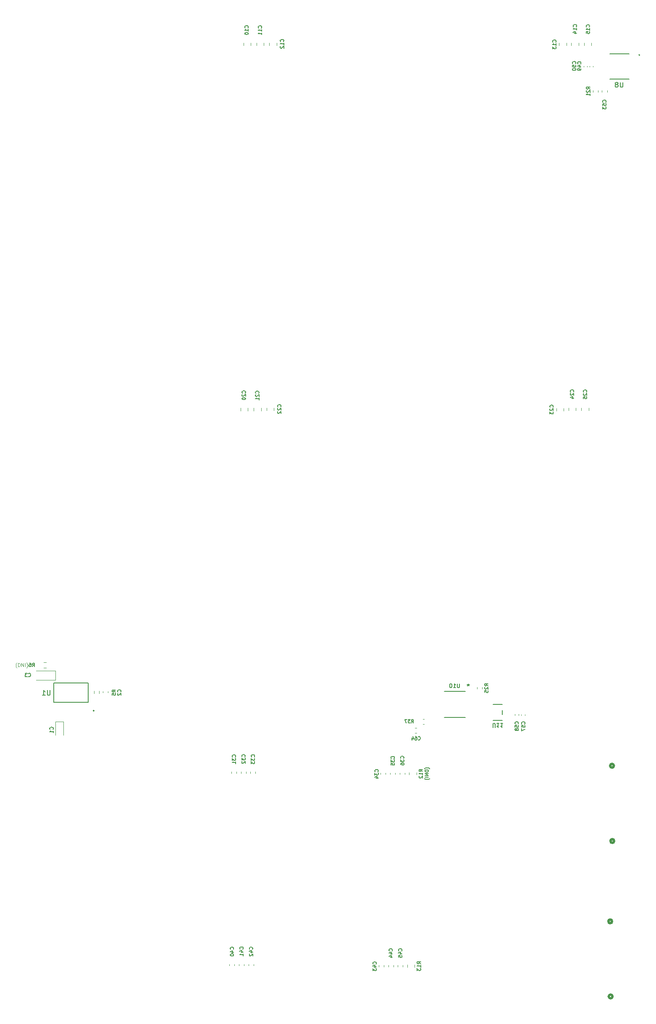
<source format=gbr>
%TF.GenerationSoftware,KiCad,Pcbnew,8.0.6*%
%TF.CreationDate,2025-06-02T15:06:51-04:00*%
%TF.ProjectId,CAEN_NEVIS_DAQ_PM5V,4341454e-5f4e-4455-9649-535f4441515f,rev?*%
%TF.SameCoordinates,Original*%
%TF.FileFunction,Legend,Bot*%
%TF.FilePolarity,Positive*%
%FSLAX46Y46*%
G04 Gerber Fmt 4.6, Leading zero omitted, Abs format (unit mm)*
G04 Created by KiCad (PCBNEW 8.0.6) date 2025-06-02 15:06:51*
%MOMM*%
%LPD*%
G01*
G04 APERTURE LIST*
%ADD10C,0.087500*%
%ADD11C,0.140000*%
%ADD12C,0.150000*%
%ADD13C,0.508000*%
%ADD14C,0.120000*%
%ADD15C,0.152400*%
%ADD16C,0.127000*%
%ADD17C,0.200000*%
G04 APERTURE END LIST*
D10*
X140054231Y-186346450D02*
X140020898Y-186313116D01*
X140020898Y-186313116D02*
X139954231Y-186213116D01*
X139954231Y-186213116D02*
X139920898Y-186146450D01*
X139920898Y-186146450D02*
X139887565Y-186046450D01*
X139887565Y-186046450D02*
X139854231Y-185879783D01*
X139854231Y-185879783D02*
X139854231Y-185746450D01*
X139854231Y-185746450D02*
X139887565Y-185579783D01*
X139887565Y-185579783D02*
X139920898Y-185479783D01*
X139920898Y-185479783D02*
X139954231Y-185413116D01*
X139954231Y-185413116D02*
X140020898Y-185313116D01*
X140020898Y-185313116D02*
X140054231Y-185279783D01*
X140320898Y-186079783D02*
X140320898Y-185379783D01*
X140320898Y-185379783D02*
X140487565Y-185379783D01*
X140487565Y-185379783D02*
X140587565Y-185413116D01*
X140587565Y-185413116D02*
X140654232Y-185479783D01*
X140654232Y-185479783D02*
X140687565Y-185546450D01*
X140687565Y-185546450D02*
X140720898Y-185679783D01*
X140720898Y-185679783D02*
X140720898Y-185779783D01*
X140720898Y-185779783D02*
X140687565Y-185913116D01*
X140687565Y-185913116D02*
X140654232Y-185979783D01*
X140654232Y-185979783D02*
X140587565Y-186046450D01*
X140587565Y-186046450D02*
X140487565Y-186079783D01*
X140487565Y-186079783D02*
X140320898Y-186079783D01*
X141020898Y-186079783D02*
X141020898Y-185379783D01*
X141020898Y-185379783D02*
X141420898Y-186079783D01*
X141420898Y-186079783D02*
X141420898Y-185379783D01*
X141754231Y-186079783D02*
X141754231Y-185379783D01*
X142020898Y-186346450D02*
X142054231Y-186313116D01*
X142054231Y-186313116D02*
X142120898Y-186213116D01*
X142120898Y-186213116D02*
X142154231Y-186146450D01*
X142154231Y-186146450D02*
X142187564Y-186046450D01*
X142187564Y-186046450D02*
X142220898Y-185879783D01*
X142220898Y-185879783D02*
X142220898Y-185746450D01*
X142220898Y-185746450D02*
X142187564Y-185579783D01*
X142187564Y-185579783D02*
X142154231Y-185479783D01*
X142154231Y-185479783D02*
X142120898Y-185413116D01*
X142120898Y-185413116D02*
X142054231Y-185313116D01*
X142054231Y-185313116D02*
X142020898Y-185279783D01*
D11*
X223308720Y-206648771D02*
X223275386Y-206615438D01*
X223275386Y-206615438D02*
X223175386Y-206548771D01*
X223175386Y-206548771D02*
X223108720Y-206515438D01*
X223108720Y-206515438D02*
X223008720Y-206482105D01*
X223008720Y-206482105D02*
X222842053Y-206448771D01*
X222842053Y-206448771D02*
X222708720Y-206448771D01*
X222708720Y-206448771D02*
X222542053Y-206482105D01*
X222542053Y-206482105D02*
X222442053Y-206515438D01*
X222442053Y-206515438D02*
X222375386Y-206548771D01*
X222375386Y-206548771D02*
X222275386Y-206615438D01*
X222275386Y-206615438D02*
X222242053Y-206648771D01*
X223042053Y-206915438D02*
X222342053Y-206915438D01*
X222342053Y-206915438D02*
X222342053Y-207082105D01*
X222342053Y-207082105D02*
X222375386Y-207182105D01*
X222375386Y-207182105D02*
X222442053Y-207248772D01*
X222442053Y-207248772D02*
X222508720Y-207282105D01*
X222508720Y-207282105D02*
X222642053Y-207315438D01*
X222642053Y-207315438D02*
X222742053Y-207315438D01*
X222742053Y-207315438D02*
X222875386Y-207282105D01*
X222875386Y-207282105D02*
X222942053Y-207248772D01*
X222942053Y-207248772D02*
X223008720Y-207182105D01*
X223008720Y-207182105D02*
X223042053Y-207082105D01*
X223042053Y-207082105D02*
X223042053Y-206915438D01*
X223042053Y-207615438D02*
X222342053Y-207615438D01*
X222342053Y-207615438D02*
X223042053Y-208015438D01*
X223042053Y-208015438D02*
X222342053Y-208015438D01*
X223042053Y-208348771D02*
X222342053Y-208348771D01*
X223308720Y-208615438D02*
X223275386Y-208648771D01*
X223275386Y-208648771D02*
X223175386Y-208715438D01*
X223175386Y-208715438D02*
X223108720Y-208748771D01*
X223108720Y-208748771D02*
X223008720Y-208782104D01*
X223008720Y-208782104D02*
X222842053Y-208815438D01*
X222842053Y-208815438D02*
X222708720Y-208815438D01*
X222708720Y-208815438D02*
X222542053Y-208782104D01*
X222542053Y-208782104D02*
X222442053Y-208748771D01*
X222442053Y-208748771D02*
X222375386Y-208715438D01*
X222375386Y-208715438D02*
X222275386Y-208648771D01*
X222275386Y-208648771D02*
X222242053Y-208615438D01*
D12*
X186094366Y-131009999D02*
X186127700Y-130976666D01*
X186127700Y-130976666D02*
X186161033Y-130876666D01*
X186161033Y-130876666D02*
X186161033Y-130809999D01*
X186161033Y-130809999D02*
X186127700Y-130709999D01*
X186127700Y-130709999D02*
X186061033Y-130643333D01*
X186061033Y-130643333D02*
X185994366Y-130609999D01*
X185994366Y-130609999D02*
X185861033Y-130576666D01*
X185861033Y-130576666D02*
X185761033Y-130576666D01*
X185761033Y-130576666D02*
X185627700Y-130609999D01*
X185627700Y-130609999D02*
X185561033Y-130643333D01*
X185561033Y-130643333D02*
X185494366Y-130709999D01*
X185494366Y-130709999D02*
X185461033Y-130809999D01*
X185461033Y-130809999D02*
X185461033Y-130876666D01*
X185461033Y-130876666D02*
X185494366Y-130976666D01*
X185494366Y-130976666D02*
X185527700Y-131009999D01*
X185527700Y-131276666D02*
X185494366Y-131309999D01*
X185494366Y-131309999D02*
X185461033Y-131376666D01*
X185461033Y-131376666D02*
X185461033Y-131543333D01*
X185461033Y-131543333D02*
X185494366Y-131609999D01*
X185494366Y-131609999D02*
X185527700Y-131643333D01*
X185527700Y-131643333D02*
X185594366Y-131676666D01*
X185594366Y-131676666D02*
X185661033Y-131676666D01*
X185661033Y-131676666D02*
X185761033Y-131643333D01*
X185761033Y-131643333D02*
X186161033Y-131243333D01*
X186161033Y-131243333D02*
X186161033Y-131676666D01*
X185461033Y-132110000D02*
X185461033Y-132176666D01*
X185461033Y-132176666D02*
X185494366Y-132243333D01*
X185494366Y-132243333D02*
X185527700Y-132276666D01*
X185527700Y-132276666D02*
X185594366Y-132310000D01*
X185594366Y-132310000D02*
X185727700Y-132343333D01*
X185727700Y-132343333D02*
X185894366Y-132343333D01*
X185894366Y-132343333D02*
X186027700Y-132310000D01*
X186027700Y-132310000D02*
X186094366Y-132276666D01*
X186094366Y-132276666D02*
X186127700Y-132243333D01*
X186127700Y-132243333D02*
X186161033Y-132176666D01*
X186161033Y-132176666D02*
X186161033Y-132110000D01*
X186161033Y-132110000D02*
X186127700Y-132043333D01*
X186127700Y-132043333D02*
X186094366Y-132010000D01*
X186094366Y-132010000D02*
X186027700Y-131976666D01*
X186027700Y-131976666D02*
X185894366Y-131943333D01*
X185894366Y-131943333D02*
X185727700Y-131943333D01*
X185727700Y-131943333D02*
X185594366Y-131976666D01*
X185594366Y-131976666D02*
X185527700Y-132010000D01*
X185527700Y-132010000D02*
X185494366Y-132043333D01*
X185494366Y-132043333D02*
X185461033Y-132110000D01*
X186024366Y-204229999D02*
X186057700Y-204196666D01*
X186057700Y-204196666D02*
X186091033Y-204096666D01*
X186091033Y-204096666D02*
X186091033Y-204029999D01*
X186091033Y-204029999D02*
X186057700Y-203929999D01*
X186057700Y-203929999D02*
X185991033Y-203863333D01*
X185991033Y-203863333D02*
X185924366Y-203829999D01*
X185924366Y-203829999D02*
X185791033Y-203796666D01*
X185791033Y-203796666D02*
X185691033Y-203796666D01*
X185691033Y-203796666D02*
X185557700Y-203829999D01*
X185557700Y-203829999D02*
X185491033Y-203863333D01*
X185491033Y-203863333D02*
X185424366Y-203929999D01*
X185424366Y-203929999D02*
X185391033Y-204029999D01*
X185391033Y-204029999D02*
X185391033Y-204096666D01*
X185391033Y-204096666D02*
X185424366Y-204196666D01*
X185424366Y-204196666D02*
X185457700Y-204229999D01*
X185391033Y-204463333D02*
X185391033Y-204896666D01*
X185391033Y-204896666D02*
X185657700Y-204663333D01*
X185657700Y-204663333D02*
X185657700Y-204763333D01*
X185657700Y-204763333D02*
X185691033Y-204829999D01*
X185691033Y-204829999D02*
X185724366Y-204863333D01*
X185724366Y-204863333D02*
X185791033Y-204896666D01*
X185791033Y-204896666D02*
X185957700Y-204896666D01*
X185957700Y-204896666D02*
X186024366Y-204863333D01*
X186024366Y-204863333D02*
X186057700Y-204829999D01*
X186057700Y-204829999D02*
X186091033Y-204763333D01*
X186091033Y-204763333D02*
X186091033Y-204563333D01*
X186091033Y-204563333D02*
X186057700Y-204496666D01*
X186057700Y-204496666D02*
X186024366Y-204463333D01*
X185457700Y-205163333D02*
X185424366Y-205196666D01*
X185424366Y-205196666D02*
X185391033Y-205263333D01*
X185391033Y-205263333D02*
X185391033Y-205430000D01*
X185391033Y-205430000D02*
X185424366Y-205496666D01*
X185424366Y-205496666D02*
X185457700Y-205530000D01*
X185457700Y-205530000D02*
X185524366Y-205563333D01*
X185524366Y-205563333D02*
X185591033Y-205563333D01*
X185591033Y-205563333D02*
X185691033Y-205530000D01*
X185691033Y-205530000D02*
X186091033Y-205130000D01*
X186091033Y-205130000D02*
X186091033Y-205563333D01*
X187944366Y-204269999D02*
X187977700Y-204236666D01*
X187977700Y-204236666D02*
X188011033Y-204136666D01*
X188011033Y-204136666D02*
X188011033Y-204069999D01*
X188011033Y-204069999D02*
X187977700Y-203969999D01*
X187977700Y-203969999D02*
X187911033Y-203903333D01*
X187911033Y-203903333D02*
X187844366Y-203869999D01*
X187844366Y-203869999D02*
X187711033Y-203836666D01*
X187711033Y-203836666D02*
X187611033Y-203836666D01*
X187611033Y-203836666D02*
X187477700Y-203869999D01*
X187477700Y-203869999D02*
X187411033Y-203903333D01*
X187411033Y-203903333D02*
X187344366Y-203969999D01*
X187344366Y-203969999D02*
X187311033Y-204069999D01*
X187311033Y-204069999D02*
X187311033Y-204136666D01*
X187311033Y-204136666D02*
X187344366Y-204236666D01*
X187344366Y-204236666D02*
X187377700Y-204269999D01*
X187311033Y-204503333D02*
X187311033Y-204936666D01*
X187311033Y-204936666D02*
X187577700Y-204703333D01*
X187577700Y-204703333D02*
X187577700Y-204803333D01*
X187577700Y-204803333D02*
X187611033Y-204869999D01*
X187611033Y-204869999D02*
X187644366Y-204903333D01*
X187644366Y-204903333D02*
X187711033Y-204936666D01*
X187711033Y-204936666D02*
X187877700Y-204936666D01*
X187877700Y-204936666D02*
X187944366Y-204903333D01*
X187944366Y-204903333D02*
X187977700Y-204869999D01*
X187977700Y-204869999D02*
X188011033Y-204803333D01*
X188011033Y-204803333D02*
X188011033Y-204603333D01*
X188011033Y-204603333D02*
X187977700Y-204536666D01*
X187977700Y-204536666D02*
X187944366Y-204503333D01*
X187311033Y-205170000D02*
X187311033Y-205603333D01*
X187311033Y-205603333D02*
X187577700Y-205370000D01*
X187577700Y-205370000D02*
X187577700Y-205470000D01*
X187577700Y-205470000D02*
X187611033Y-205536666D01*
X187611033Y-205536666D02*
X187644366Y-205570000D01*
X187644366Y-205570000D02*
X187711033Y-205603333D01*
X187711033Y-205603333D02*
X187877700Y-205603333D01*
X187877700Y-205603333D02*
X187944366Y-205570000D01*
X187944366Y-205570000D02*
X187977700Y-205536666D01*
X187977700Y-205536666D02*
X188011033Y-205470000D01*
X188011033Y-205470000D02*
X188011033Y-205270000D01*
X188011033Y-205270000D02*
X187977700Y-205203333D01*
X187977700Y-205203333D02*
X187944366Y-205170000D01*
X159936033Y-191193333D02*
X159602700Y-190960000D01*
X159936033Y-190793333D02*
X159236033Y-190793333D01*
X159236033Y-190793333D02*
X159236033Y-191060000D01*
X159236033Y-191060000D02*
X159269366Y-191126667D01*
X159269366Y-191126667D02*
X159302700Y-191160000D01*
X159302700Y-191160000D02*
X159369366Y-191193333D01*
X159369366Y-191193333D02*
X159469366Y-191193333D01*
X159469366Y-191193333D02*
X159536033Y-191160000D01*
X159536033Y-191160000D02*
X159569366Y-191126667D01*
X159569366Y-191126667D02*
X159602700Y-191060000D01*
X159602700Y-191060000D02*
X159602700Y-190793333D01*
X159236033Y-191826667D02*
X159236033Y-191493333D01*
X159236033Y-191493333D02*
X159569366Y-191460000D01*
X159569366Y-191460000D02*
X159536033Y-191493333D01*
X159536033Y-191493333D02*
X159502700Y-191560000D01*
X159502700Y-191560000D02*
X159502700Y-191726667D01*
X159502700Y-191726667D02*
X159536033Y-191793333D01*
X159536033Y-191793333D02*
X159569366Y-191826667D01*
X159569366Y-191826667D02*
X159636033Y-191860000D01*
X159636033Y-191860000D02*
X159802700Y-191860000D01*
X159802700Y-191860000D02*
X159869366Y-191826667D01*
X159869366Y-191826667D02*
X159902700Y-191793333D01*
X159902700Y-191793333D02*
X159936033Y-191726667D01*
X159936033Y-191726667D02*
X159936033Y-191560000D01*
X159936033Y-191560000D02*
X159902700Y-191493333D01*
X159902700Y-191493333D02*
X159869366Y-191460000D01*
X216104366Y-204599999D02*
X216137700Y-204566666D01*
X216137700Y-204566666D02*
X216171033Y-204466666D01*
X216171033Y-204466666D02*
X216171033Y-204399999D01*
X216171033Y-204399999D02*
X216137700Y-204299999D01*
X216137700Y-204299999D02*
X216071033Y-204233333D01*
X216071033Y-204233333D02*
X216004366Y-204199999D01*
X216004366Y-204199999D02*
X215871033Y-204166666D01*
X215871033Y-204166666D02*
X215771033Y-204166666D01*
X215771033Y-204166666D02*
X215637700Y-204199999D01*
X215637700Y-204199999D02*
X215571033Y-204233333D01*
X215571033Y-204233333D02*
X215504366Y-204299999D01*
X215504366Y-204299999D02*
X215471033Y-204399999D01*
X215471033Y-204399999D02*
X215471033Y-204466666D01*
X215471033Y-204466666D02*
X215504366Y-204566666D01*
X215504366Y-204566666D02*
X215537700Y-204599999D01*
X215471033Y-204833333D02*
X215471033Y-205266666D01*
X215471033Y-205266666D02*
X215737700Y-205033333D01*
X215737700Y-205033333D02*
X215737700Y-205133333D01*
X215737700Y-205133333D02*
X215771033Y-205199999D01*
X215771033Y-205199999D02*
X215804366Y-205233333D01*
X215804366Y-205233333D02*
X215871033Y-205266666D01*
X215871033Y-205266666D02*
X216037700Y-205266666D01*
X216037700Y-205266666D02*
X216104366Y-205233333D01*
X216104366Y-205233333D02*
X216137700Y-205199999D01*
X216137700Y-205199999D02*
X216171033Y-205133333D01*
X216171033Y-205133333D02*
X216171033Y-204933333D01*
X216171033Y-204933333D02*
X216137700Y-204866666D01*
X216137700Y-204866666D02*
X216104366Y-204833333D01*
X215471033Y-205900000D02*
X215471033Y-205566666D01*
X215471033Y-205566666D02*
X215804366Y-205533333D01*
X215804366Y-205533333D02*
X215771033Y-205566666D01*
X215771033Y-205566666D02*
X215737700Y-205633333D01*
X215737700Y-205633333D02*
X215737700Y-205800000D01*
X215737700Y-205800000D02*
X215771033Y-205866666D01*
X215771033Y-205866666D02*
X215804366Y-205900000D01*
X215804366Y-205900000D02*
X215871033Y-205933333D01*
X215871033Y-205933333D02*
X216037700Y-205933333D01*
X216037700Y-205933333D02*
X216104366Y-205900000D01*
X216104366Y-205900000D02*
X216137700Y-205866666D01*
X216137700Y-205866666D02*
X216171033Y-205800000D01*
X216171033Y-205800000D02*
X216171033Y-205633333D01*
X216171033Y-205633333D02*
X216137700Y-205566666D01*
X216137700Y-205566666D02*
X216104366Y-205533333D01*
X221462283Y-245929998D02*
X221128950Y-245696665D01*
X221462283Y-245529998D02*
X220762283Y-245529998D01*
X220762283Y-245529998D02*
X220762283Y-245796665D01*
X220762283Y-245796665D02*
X220795616Y-245863332D01*
X220795616Y-245863332D02*
X220828950Y-245896665D01*
X220828950Y-245896665D02*
X220895616Y-245929998D01*
X220895616Y-245929998D02*
X220995616Y-245929998D01*
X220995616Y-245929998D02*
X221062283Y-245896665D01*
X221062283Y-245896665D02*
X221095616Y-245863332D01*
X221095616Y-245863332D02*
X221128950Y-245796665D01*
X221128950Y-245796665D02*
X221128950Y-245529998D01*
X221462283Y-246596665D02*
X221462283Y-246196665D01*
X221462283Y-246396665D02*
X220762283Y-246396665D01*
X220762283Y-246396665D02*
X220862283Y-246329998D01*
X220862283Y-246329998D02*
X220928950Y-246263332D01*
X220928950Y-246263332D02*
X220962283Y-246196665D01*
X220762283Y-246829999D02*
X220762283Y-247263332D01*
X220762283Y-247263332D02*
X221028950Y-247029999D01*
X221028950Y-247029999D02*
X221028950Y-247129999D01*
X221028950Y-247129999D02*
X221062283Y-247196665D01*
X221062283Y-247196665D02*
X221095616Y-247229999D01*
X221095616Y-247229999D02*
X221162283Y-247263332D01*
X221162283Y-247263332D02*
X221328950Y-247263332D01*
X221328950Y-247263332D02*
X221395616Y-247229999D01*
X221395616Y-247229999D02*
X221428950Y-247196665D01*
X221428950Y-247196665D02*
X221462283Y-247129999D01*
X221462283Y-247129999D02*
X221462283Y-246929999D01*
X221462283Y-246929999D02*
X221428950Y-246863332D01*
X221428950Y-246863332D02*
X221395616Y-246829999D01*
X193244366Y-133779999D02*
X193277700Y-133746666D01*
X193277700Y-133746666D02*
X193311033Y-133646666D01*
X193311033Y-133646666D02*
X193311033Y-133579999D01*
X193311033Y-133579999D02*
X193277700Y-133479999D01*
X193277700Y-133479999D02*
X193211033Y-133413333D01*
X193211033Y-133413333D02*
X193144366Y-133379999D01*
X193144366Y-133379999D02*
X193011033Y-133346666D01*
X193011033Y-133346666D02*
X192911033Y-133346666D01*
X192911033Y-133346666D02*
X192777700Y-133379999D01*
X192777700Y-133379999D02*
X192711033Y-133413333D01*
X192711033Y-133413333D02*
X192644366Y-133479999D01*
X192644366Y-133479999D02*
X192611033Y-133579999D01*
X192611033Y-133579999D02*
X192611033Y-133646666D01*
X192611033Y-133646666D02*
X192644366Y-133746666D01*
X192644366Y-133746666D02*
X192677700Y-133779999D01*
X192677700Y-134046666D02*
X192644366Y-134079999D01*
X192644366Y-134079999D02*
X192611033Y-134146666D01*
X192611033Y-134146666D02*
X192611033Y-134313333D01*
X192611033Y-134313333D02*
X192644366Y-134379999D01*
X192644366Y-134379999D02*
X192677700Y-134413333D01*
X192677700Y-134413333D02*
X192744366Y-134446666D01*
X192744366Y-134446666D02*
X192811033Y-134446666D01*
X192811033Y-134446666D02*
X192911033Y-134413333D01*
X192911033Y-134413333D02*
X193311033Y-134013333D01*
X193311033Y-134013333D02*
X193311033Y-134446666D01*
X192677700Y-134713333D02*
X192644366Y-134746666D01*
X192644366Y-134746666D02*
X192611033Y-134813333D01*
X192611033Y-134813333D02*
X192611033Y-134980000D01*
X192611033Y-134980000D02*
X192644366Y-135046666D01*
X192644366Y-135046666D02*
X192677700Y-135080000D01*
X192677700Y-135080000D02*
X192744366Y-135113333D01*
X192744366Y-135113333D02*
X192811033Y-135113333D01*
X192811033Y-135113333D02*
X192911033Y-135080000D01*
X192911033Y-135080000D02*
X193311033Y-134680000D01*
X193311033Y-134680000D02*
X193311033Y-135113333D01*
X253729366Y-64729999D02*
X253762700Y-64696666D01*
X253762700Y-64696666D02*
X253796033Y-64596666D01*
X253796033Y-64596666D02*
X253796033Y-64529999D01*
X253796033Y-64529999D02*
X253762700Y-64429999D01*
X253762700Y-64429999D02*
X253696033Y-64363333D01*
X253696033Y-64363333D02*
X253629366Y-64329999D01*
X253629366Y-64329999D02*
X253496033Y-64296666D01*
X253496033Y-64296666D02*
X253396033Y-64296666D01*
X253396033Y-64296666D02*
X253262700Y-64329999D01*
X253262700Y-64329999D02*
X253196033Y-64363333D01*
X253196033Y-64363333D02*
X253129366Y-64429999D01*
X253129366Y-64429999D02*
X253096033Y-64529999D01*
X253096033Y-64529999D02*
X253096033Y-64596666D01*
X253096033Y-64596666D02*
X253129366Y-64696666D01*
X253129366Y-64696666D02*
X253162700Y-64729999D01*
X253329366Y-65329999D02*
X253796033Y-65329999D01*
X253062700Y-65163333D02*
X253562700Y-64996666D01*
X253562700Y-64996666D02*
X253562700Y-65429999D01*
X253796033Y-65730000D02*
X253796033Y-65863333D01*
X253796033Y-65863333D02*
X253762700Y-65930000D01*
X253762700Y-65930000D02*
X253729366Y-65963333D01*
X253729366Y-65963333D02*
X253629366Y-66030000D01*
X253629366Y-66030000D02*
X253496033Y-66063333D01*
X253496033Y-66063333D02*
X253229366Y-66063333D01*
X253229366Y-66063333D02*
X253162700Y-66030000D01*
X253162700Y-66030000D02*
X253129366Y-65996666D01*
X253129366Y-65996666D02*
X253096033Y-65930000D01*
X253096033Y-65930000D02*
X253096033Y-65796666D01*
X253096033Y-65796666D02*
X253129366Y-65730000D01*
X253129366Y-65730000D02*
X253162700Y-65696666D01*
X253162700Y-65696666D02*
X253229366Y-65663333D01*
X253229366Y-65663333D02*
X253396033Y-65663333D01*
X253396033Y-65663333D02*
X253462700Y-65696666D01*
X253462700Y-65696666D02*
X253496033Y-65730000D01*
X253496033Y-65730000D02*
X253529366Y-65796666D01*
X253529366Y-65796666D02*
X253529366Y-65930000D01*
X253529366Y-65930000D02*
X253496033Y-65996666D01*
X253496033Y-65996666D02*
X253462700Y-66030000D01*
X253462700Y-66030000D02*
X253396033Y-66063333D01*
X212854366Y-207239999D02*
X212887700Y-207206666D01*
X212887700Y-207206666D02*
X212921033Y-207106666D01*
X212921033Y-207106666D02*
X212921033Y-207039999D01*
X212921033Y-207039999D02*
X212887700Y-206939999D01*
X212887700Y-206939999D02*
X212821033Y-206873333D01*
X212821033Y-206873333D02*
X212754366Y-206839999D01*
X212754366Y-206839999D02*
X212621033Y-206806666D01*
X212621033Y-206806666D02*
X212521033Y-206806666D01*
X212521033Y-206806666D02*
X212387700Y-206839999D01*
X212387700Y-206839999D02*
X212321033Y-206873333D01*
X212321033Y-206873333D02*
X212254366Y-206939999D01*
X212254366Y-206939999D02*
X212221033Y-207039999D01*
X212221033Y-207039999D02*
X212221033Y-207106666D01*
X212221033Y-207106666D02*
X212254366Y-207206666D01*
X212254366Y-207206666D02*
X212287700Y-207239999D01*
X212221033Y-207473333D02*
X212221033Y-207906666D01*
X212221033Y-207906666D02*
X212487700Y-207673333D01*
X212487700Y-207673333D02*
X212487700Y-207773333D01*
X212487700Y-207773333D02*
X212521033Y-207839999D01*
X212521033Y-207839999D02*
X212554366Y-207873333D01*
X212554366Y-207873333D02*
X212621033Y-207906666D01*
X212621033Y-207906666D02*
X212787700Y-207906666D01*
X212787700Y-207906666D02*
X212854366Y-207873333D01*
X212854366Y-207873333D02*
X212887700Y-207839999D01*
X212887700Y-207839999D02*
X212921033Y-207773333D01*
X212921033Y-207773333D02*
X212921033Y-207573333D01*
X212921033Y-207573333D02*
X212887700Y-207506666D01*
X212887700Y-207506666D02*
X212854366Y-207473333D01*
X212454366Y-208506666D02*
X212921033Y-208506666D01*
X212187700Y-208340000D02*
X212687700Y-208173333D01*
X212687700Y-208173333D02*
X212687700Y-208606666D01*
X258779366Y-72479999D02*
X258812700Y-72446666D01*
X258812700Y-72446666D02*
X258846033Y-72346666D01*
X258846033Y-72346666D02*
X258846033Y-72279999D01*
X258846033Y-72279999D02*
X258812700Y-72179999D01*
X258812700Y-72179999D02*
X258746033Y-72113333D01*
X258746033Y-72113333D02*
X258679366Y-72079999D01*
X258679366Y-72079999D02*
X258546033Y-72046666D01*
X258546033Y-72046666D02*
X258446033Y-72046666D01*
X258446033Y-72046666D02*
X258312700Y-72079999D01*
X258312700Y-72079999D02*
X258246033Y-72113333D01*
X258246033Y-72113333D02*
X258179366Y-72179999D01*
X258179366Y-72179999D02*
X258146033Y-72279999D01*
X258146033Y-72279999D02*
X258146033Y-72346666D01*
X258146033Y-72346666D02*
X258179366Y-72446666D01*
X258179366Y-72446666D02*
X258212700Y-72479999D01*
X258146033Y-73113333D02*
X258146033Y-72779999D01*
X258146033Y-72779999D02*
X258479366Y-72746666D01*
X258479366Y-72746666D02*
X258446033Y-72779999D01*
X258446033Y-72779999D02*
X258412700Y-72846666D01*
X258412700Y-72846666D02*
X258412700Y-73013333D01*
X258412700Y-73013333D02*
X258446033Y-73079999D01*
X258446033Y-73079999D02*
X258479366Y-73113333D01*
X258479366Y-73113333D02*
X258546033Y-73146666D01*
X258546033Y-73146666D02*
X258712700Y-73146666D01*
X258712700Y-73146666D02*
X258779366Y-73113333D01*
X258779366Y-73113333D02*
X258812700Y-73079999D01*
X258812700Y-73079999D02*
X258846033Y-73013333D01*
X258846033Y-73013333D02*
X258846033Y-72846666D01*
X258846033Y-72846666D02*
X258812700Y-72779999D01*
X258812700Y-72779999D02*
X258779366Y-72746666D01*
X258146033Y-73380000D02*
X258146033Y-73813333D01*
X258146033Y-73813333D02*
X258412700Y-73580000D01*
X258412700Y-73580000D02*
X258412700Y-73680000D01*
X258412700Y-73680000D02*
X258446033Y-73746666D01*
X258446033Y-73746666D02*
X258479366Y-73780000D01*
X258479366Y-73780000D02*
X258546033Y-73813333D01*
X258546033Y-73813333D02*
X258712700Y-73813333D01*
X258712700Y-73813333D02*
X258779366Y-73780000D01*
X258779366Y-73780000D02*
X258812700Y-73746666D01*
X258812700Y-73746666D02*
X258846033Y-73680000D01*
X258846033Y-73680000D02*
X258846033Y-73480000D01*
X258846033Y-73480000D02*
X258812700Y-73413333D01*
X258812700Y-73413333D02*
X258779366Y-73380000D01*
X254894366Y-130829999D02*
X254927700Y-130796666D01*
X254927700Y-130796666D02*
X254961033Y-130696666D01*
X254961033Y-130696666D02*
X254961033Y-130629999D01*
X254961033Y-130629999D02*
X254927700Y-130529999D01*
X254927700Y-130529999D02*
X254861033Y-130463333D01*
X254861033Y-130463333D02*
X254794366Y-130429999D01*
X254794366Y-130429999D02*
X254661033Y-130396666D01*
X254661033Y-130396666D02*
X254561033Y-130396666D01*
X254561033Y-130396666D02*
X254427700Y-130429999D01*
X254427700Y-130429999D02*
X254361033Y-130463333D01*
X254361033Y-130463333D02*
X254294366Y-130529999D01*
X254294366Y-130529999D02*
X254261033Y-130629999D01*
X254261033Y-130629999D02*
X254261033Y-130696666D01*
X254261033Y-130696666D02*
X254294366Y-130796666D01*
X254294366Y-130796666D02*
X254327700Y-130829999D01*
X254327700Y-131096666D02*
X254294366Y-131129999D01*
X254294366Y-131129999D02*
X254261033Y-131196666D01*
X254261033Y-131196666D02*
X254261033Y-131363333D01*
X254261033Y-131363333D02*
X254294366Y-131429999D01*
X254294366Y-131429999D02*
X254327700Y-131463333D01*
X254327700Y-131463333D02*
X254394366Y-131496666D01*
X254394366Y-131496666D02*
X254461033Y-131496666D01*
X254461033Y-131496666D02*
X254561033Y-131463333D01*
X254561033Y-131463333D02*
X254961033Y-131063333D01*
X254961033Y-131063333D02*
X254961033Y-131496666D01*
X254261033Y-132130000D02*
X254261033Y-131796666D01*
X254261033Y-131796666D02*
X254594366Y-131763333D01*
X254594366Y-131763333D02*
X254561033Y-131796666D01*
X254561033Y-131796666D02*
X254527700Y-131863333D01*
X254527700Y-131863333D02*
X254527700Y-132030000D01*
X254527700Y-132030000D02*
X254561033Y-132096666D01*
X254561033Y-132096666D02*
X254594366Y-132130000D01*
X254594366Y-132130000D02*
X254661033Y-132163333D01*
X254661033Y-132163333D02*
X254827700Y-132163333D01*
X254827700Y-132163333D02*
X254894366Y-132130000D01*
X254894366Y-132130000D02*
X254927700Y-132096666D01*
X254927700Y-132096666D02*
X254961033Y-132030000D01*
X254961033Y-132030000D02*
X254961033Y-131863333D01*
X254961033Y-131863333D02*
X254927700Y-131796666D01*
X254927700Y-131796666D02*
X254894366Y-131763333D01*
X188804366Y-131049999D02*
X188837700Y-131016666D01*
X188837700Y-131016666D02*
X188871033Y-130916666D01*
X188871033Y-130916666D02*
X188871033Y-130849999D01*
X188871033Y-130849999D02*
X188837700Y-130749999D01*
X188837700Y-130749999D02*
X188771033Y-130683333D01*
X188771033Y-130683333D02*
X188704366Y-130649999D01*
X188704366Y-130649999D02*
X188571033Y-130616666D01*
X188571033Y-130616666D02*
X188471033Y-130616666D01*
X188471033Y-130616666D02*
X188337700Y-130649999D01*
X188337700Y-130649999D02*
X188271033Y-130683333D01*
X188271033Y-130683333D02*
X188204366Y-130749999D01*
X188204366Y-130749999D02*
X188171033Y-130849999D01*
X188171033Y-130849999D02*
X188171033Y-130916666D01*
X188171033Y-130916666D02*
X188204366Y-131016666D01*
X188204366Y-131016666D02*
X188237700Y-131049999D01*
X188237700Y-131316666D02*
X188204366Y-131349999D01*
X188204366Y-131349999D02*
X188171033Y-131416666D01*
X188171033Y-131416666D02*
X188171033Y-131583333D01*
X188171033Y-131583333D02*
X188204366Y-131649999D01*
X188204366Y-131649999D02*
X188237700Y-131683333D01*
X188237700Y-131683333D02*
X188304366Y-131716666D01*
X188304366Y-131716666D02*
X188371033Y-131716666D01*
X188371033Y-131716666D02*
X188471033Y-131683333D01*
X188471033Y-131683333D02*
X188871033Y-131283333D01*
X188871033Y-131283333D02*
X188871033Y-131716666D01*
X188871033Y-132383333D02*
X188871033Y-131983333D01*
X188871033Y-132183333D02*
X188171033Y-132183333D01*
X188171033Y-132183333D02*
X188271033Y-132116666D01*
X188271033Y-132116666D02*
X188337700Y-132050000D01*
X188337700Y-132050000D02*
X188371033Y-131983333D01*
X255454366Y-57307499D02*
X255487700Y-57274166D01*
X255487700Y-57274166D02*
X255521033Y-57174166D01*
X255521033Y-57174166D02*
X255521033Y-57107499D01*
X255521033Y-57107499D02*
X255487700Y-57007499D01*
X255487700Y-57007499D02*
X255421033Y-56940833D01*
X255421033Y-56940833D02*
X255354366Y-56907499D01*
X255354366Y-56907499D02*
X255221033Y-56874166D01*
X255221033Y-56874166D02*
X255121033Y-56874166D01*
X255121033Y-56874166D02*
X254987700Y-56907499D01*
X254987700Y-56907499D02*
X254921033Y-56940833D01*
X254921033Y-56940833D02*
X254854366Y-57007499D01*
X254854366Y-57007499D02*
X254821033Y-57107499D01*
X254821033Y-57107499D02*
X254821033Y-57174166D01*
X254821033Y-57174166D02*
X254854366Y-57274166D01*
X254854366Y-57274166D02*
X254887700Y-57307499D01*
X255521033Y-57974166D02*
X255521033Y-57574166D01*
X255521033Y-57774166D02*
X254821033Y-57774166D01*
X254821033Y-57774166D02*
X254921033Y-57707499D01*
X254921033Y-57707499D02*
X254987700Y-57640833D01*
X254987700Y-57640833D02*
X255021033Y-57574166D01*
X254821033Y-58607500D02*
X254821033Y-58274166D01*
X254821033Y-58274166D02*
X255154366Y-58240833D01*
X255154366Y-58240833D02*
X255121033Y-58274166D01*
X255121033Y-58274166D02*
X255087700Y-58340833D01*
X255087700Y-58340833D02*
X255087700Y-58507500D01*
X255087700Y-58507500D02*
X255121033Y-58574166D01*
X255121033Y-58574166D02*
X255154366Y-58607500D01*
X255154366Y-58607500D02*
X255221033Y-58640833D01*
X255221033Y-58640833D02*
X255387700Y-58640833D01*
X255387700Y-58640833D02*
X255454366Y-58607500D01*
X255454366Y-58607500D02*
X255487700Y-58574166D01*
X255487700Y-58574166D02*
X255521033Y-58507500D01*
X255521033Y-58507500D02*
X255521033Y-58340833D01*
X255521033Y-58340833D02*
X255487700Y-58274166D01*
X255487700Y-58274166D02*
X255454366Y-58240833D01*
X185625615Y-242960000D02*
X185658949Y-242926667D01*
X185658949Y-242926667D02*
X185692282Y-242826667D01*
X185692282Y-242826667D02*
X185692282Y-242760000D01*
X185692282Y-242760000D02*
X185658949Y-242660000D01*
X185658949Y-242660000D02*
X185592282Y-242593334D01*
X185592282Y-242593334D02*
X185525615Y-242560000D01*
X185525615Y-242560000D02*
X185392282Y-242526667D01*
X185392282Y-242526667D02*
X185292282Y-242526667D01*
X185292282Y-242526667D02*
X185158949Y-242560000D01*
X185158949Y-242560000D02*
X185092282Y-242593334D01*
X185092282Y-242593334D02*
X185025615Y-242660000D01*
X185025615Y-242660000D02*
X184992282Y-242760000D01*
X184992282Y-242760000D02*
X184992282Y-242826667D01*
X184992282Y-242826667D02*
X185025615Y-242926667D01*
X185025615Y-242926667D02*
X185058949Y-242960000D01*
X185225615Y-243560000D02*
X185692282Y-243560000D01*
X184958949Y-243393334D02*
X185458949Y-243226667D01*
X185458949Y-243226667D02*
X185458949Y-243660000D01*
X185692282Y-244293334D02*
X185692282Y-243893334D01*
X185692282Y-244093334D02*
X184992282Y-244093334D01*
X184992282Y-244093334D02*
X185092282Y-244026667D01*
X185092282Y-244026667D02*
X185158949Y-243960001D01*
X185158949Y-243960001D02*
X185192282Y-243893334D01*
X183705615Y-243020000D02*
X183738949Y-242986667D01*
X183738949Y-242986667D02*
X183772282Y-242886667D01*
X183772282Y-242886667D02*
X183772282Y-242820000D01*
X183772282Y-242820000D02*
X183738949Y-242720000D01*
X183738949Y-242720000D02*
X183672282Y-242653334D01*
X183672282Y-242653334D02*
X183605615Y-242620000D01*
X183605615Y-242620000D02*
X183472282Y-242586667D01*
X183472282Y-242586667D02*
X183372282Y-242586667D01*
X183372282Y-242586667D02*
X183238949Y-242620000D01*
X183238949Y-242620000D02*
X183172282Y-242653334D01*
X183172282Y-242653334D02*
X183105615Y-242720000D01*
X183105615Y-242720000D02*
X183072282Y-242820000D01*
X183072282Y-242820000D02*
X183072282Y-242886667D01*
X183072282Y-242886667D02*
X183105615Y-242986667D01*
X183105615Y-242986667D02*
X183138949Y-243020000D01*
X183305615Y-243620000D02*
X183772282Y-243620000D01*
X183038949Y-243453334D02*
X183538949Y-243286667D01*
X183538949Y-243286667D02*
X183538949Y-243720000D01*
X183072282Y-244120001D02*
X183072282Y-244186667D01*
X183072282Y-244186667D02*
X183105615Y-244253334D01*
X183105615Y-244253334D02*
X183138949Y-244286667D01*
X183138949Y-244286667D02*
X183205615Y-244320001D01*
X183205615Y-244320001D02*
X183338949Y-244353334D01*
X183338949Y-244353334D02*
X183505615Y-244353334D01*
X183505615Y-244353334D02*
X183638949Y-244320001D01*
X183638949Y-244320001D02*
X183705615Y-244286667D01*
X183705615Y-244286667D02*
X183738949Y-244253334D01*
X183738949Y-244253334D02*
X183772282Y-244186667D01*
X183772282Y-244186667D02*
X183772282Y-244120001D01*
X183772282Y-244120001D02*
X183738949Y-244053334D01*
X183738949Y-244053334D02*
X183705615Y-244020001D01*
X183705615Y-244020001D02*
X183638949Y-243986667D01*
X183638949Y-243986667D02*
X183505615Y-243953334D01*
X183505615Y-243953334D02*
X183338949Y-243953334D01*
X183338949Y-243953334D02*
X183205615Y-243986667D01*
X183205615Y-243986667D02*
X183138949Y-244020001D01*
X183138949Y-244020001D02*
X183105615Y-244053334D01*
X183105615Y-244053334D02*
X183072282Y-244120001D01*
X220970000Y-200799366D02*
X221003333Y-200832700D01*
X221003333Y-200832700D02*
X221103333Y-200866033D01*
X221103333Y-200866033D02*
X221170000Y-200866033D01*
X221170000Y-200866033D02*
X221270000Y-200832700D01*
X221270000Y-200832700D02*
X221336667Y-200766033D01*
X221336667Y-200766033D02*
X221370000Y-200699366D01*
X221370000Y-200699366D02*
X221403333Y-200566033D01*
X221403333Y-200566033D02*
X221403333Y-200466033D01*
X221403333Y-200466033D02*
X221370000Y-200332700D01*
X221370000Y-200332700D02*
X221336667Y-200266033D01*
X221336667Y-200266033D02*
X221270000Y-200199366D01*
X221270000Y-200199366D02*
X221170000Y-200166033D01*
X221170000Y-200166033D02*
X221103333Y-200166033D01*
X221103333Y-200166033D02*
X221003333Y-200199366D01*
X221003333Y-200199366D02*
X220970000Y-200232700D01*
X220370000Y-200166033D02*
X220503333Y-200166033D01*
X220503333Y-200166033D02*
X220570000Y-200199366D01*
X220570000Y-200199366D02*
X220603333Y-200232700D01*
X220603333Y-200232700D02*
X220670000Y-200332700D01*
X220670000Y-200332700D02*
X220703333Y-200466033D01*
X220703333Y-200466033D02*
X220703333Y-200732700D01*
X220703333Y-200732700D02*
X220670000Y-200799366D01*
X220670000Y-200799366D02*
X220636667Y-200832700D01*
X220636667Y-200832700D02*
X220570000Y-200866033D01*
X220570000Y-200866033D02*
X220436667Y-200866033D01*
X220436667Y-200866033D02*
X220370000Y-200832700D01*
X220370000Y-200832700D02*
X220336667Y-200799366D01*
X220336667Y-200799366D02*
X220303333Y-200732700D01*
X220303333Y-200732700D02*
X220303333Y-200566033D01*
X220303333Y-200566033D02*
X220336667Y-200499366D01*
X220336667Y-200499366D02*
X220370000Y-200466033D01*
X220370000Y-200466033D02*
X220436667Y-200432700D01*
X220436667Y-200432700D02*
X220570000Y-200432700D01*
X220570000Y-200432700D02*
X220636667Y-200466033D01*
X220636667Y-200466033D02*
X220670000Y-200499366D01*
X220670000Y-200499366D02*
X220703333Y-200566033D01*
X219703333Y-200399366D02*
X219703333Y-200866033D01*
X219870000Y-200132700D02*
X220036666Y-200632700D01*
X220036666Y-200632700D02*
X219603333Y-200632700D01*
X252274366Y-130789999D02*
X252307700Y-130756666D01*
X252307700Y-130756666D02*
X252341033Y-130656666D01*
X252341033Y-130656666D02*
X252341033Y-130589999D01*
X252341033Y-130589999D02*
X252307700Y-130489999D01*
X252307700Y-130489999D02*
X252241033Y-130423333D01*
X252241033Y-130423333D02*
X252174366Y-130389999D01*
X252174366Y-130389999D02*
X252041033Y-130356666D01*
X252041033Y-130356666D02*
X251941033Y-130356666D01*
X251941033Y-130356666D02*
X251807700Y-130389999D01*
X251807700Y-130389999D02*
X251741033Y-130423333D01*
X251741033Y-130423333D02*
X251674366Y-130489999D01*
X251674366Y-130489999D02*
X251641033Y-130589999D01*
X251641033Y-130589999D02*
X251641033Y-130656666D01*
X251641033Y-130656666D02*
X251674366Y-130756666D01*
X251674366Y-130756666D02*
X251707700Y-130789999D01*
X251707700Y-131056666D02*
X251674366Y-131089999D01*
X251674366Y-131089999D02*
X251641033Y-131156666D01*
X251641033Y-131156666D02*
X251641033Y-131323333D01*
X251641033Y-131323333D02*
X251674366Y-131389999D01*
X251674366Y-131389999D02*
X251707700Y-131423333D01*
X251707700Y-131423333D02*
X251774366Y-131456666D01*
X251774366Y-131456666D02*
X251841033Y-131456666D01*
X251841033Y-131456666D02*
X251941033Y-131423333D01*
X251941033Y-131423333D02*
X252341033Y-131023333D01*
X252341033Y-131023333D02*
X252341033Y-131456666D01*
X251874366Y-132056666D02*
X252341033Y-132056666D01*
X251607700Y-131890000D02*
X252107700Y-131723333D01*
X252107700Y-131723333D02*
X252107700Y-132156666D01*
X147344061Y-198733333D02*
X147379300Y-198700000D01*
X147379300Y-198700000D02*
X147414538Y-198600000D01*
X147414538Y-198600000D02*
X147414538Y-198533333D01*
X147414538Y-198533333D02*
X147379300Y-198433333D01*
X147379300Y-198433333D02*
X147308823Y-198366667D01*
X147308823Y-198366667D02*
X147238347Y-198333333D01*
X147238347Y-198333333D02*
X147097395Y-198300000D01*
X147097395Y-198300000D02*
X146991680Y-198300000D01*
X146991680Y-198300000D02*
X146850728Y-198333333D01*
X146850728Y-198333333D02*
X146780252Y-198366667D01*
X146780252Y-198366667D02*
X146709776Y-198433333D01*
X146709776Y-198433333D02*
X146674538Y-198533333D01*
X146674538Y-198533333D02*
X146674538Y-198600000D01*
X146674538Y-198600000D02*
X146709776Y-198700000D01*
X146709776Y-198700000D02*
X146745014Y-198733333D01*
X147414538Y-199400000D02*
X147414538Y-199000000D01*
X147414538Y-199200000D02*
X146674538Y-199200000D01*
X146674538Y-199200000D02*
X146780252Y-199133333D01*
X146780252Y-199133333D02*
X146850728Y-199066667D01*
X146850728Y-199066667D02*
X146885966Y-199000000D01*
X221861033Y-207199999D02*
X221527700Y-206966666D01*
X221861033Y-206799999D02*
X221161033Y-206799999D01*
X221161033Y-206799999D02*
X221161033Y-207066666D01*
X221161033Y-207066666D02*
X221194366Y-207133333D01*
X221194366Y-207133333D02*
X221227700Y-207166666D01*
X221227700Y-207166666D02*
X221294366Y-207199999D01*
X221294366Y-207199999D02*
X221394366Y-207199999D01*
X221394366Y-207199999D02*
X221461033Y-207166666D01*
X221461033Y-207166666D02*
X221494366Y-207133333D01*
X221494366Y-207133333D02*
X221527700Y-207066666D01*
X221527700Y-207066666D02*
X221527700Y-206799999D01*
X221861033Y-207866666D02*
X221861033Y-207466666D01*
X221861033Y-207666666D02*
X221161033Y-207666666D01*
X221161033Y-207666666D02*
X221261033Y-207599999D01*
X221261033Y-207599999D02*
X221327700Y-207533333D01*
X221327700Y-207533333D02*
X221361033Y-207466666D01*
X221227700Y-208133333D02*
X221194366Y-208166666D01*
X221194366Y-208166666D02*
X221161033Y-208233333D01*
X221161033Y-208233333D02*
X221161033Y-208400000D01*
X221161033Y-208400000D02*
X221194366Y-208466666D01*
X221194366Y-208466666D02*
X221227700Y-208500000D01*
X221227700Y-208500000D02*
X221294366Y-208533333D01*
X221294366Y-208533333D02*
X221361033Y-208533333D01*
X221361033Y-208533333D02*
X221461033Y-208500000D01*
X221461033Y-208500000D02*
X221861033Y-208100000D01*
X221861033Y-208100000D02*
X221861033Y-208533333D01*
X236019524Y-198327703D02*
X236019524Y-197680084D01*
X236019524Y-197680084D02*
X236057619Y-197603894D01*
X236057619Y-197603894D02*
X236095714Y-197565799D01*
X236095714Y-197565799D02*
X236171905Y-197527703D01*
X236171905Y-197527703D02*
X236324286Y-197527703D01*
X236324286Y-197527703D02*
X236400476Y-197565799D01*
X236400476Y-197565799D02*
X236438571Y-197603894D01*
X236438571Y-197603894D02*
X236476667Y-197680084D01*
X236476667Y-197680084D02*
X236476667Y-198327703D01*
X237276666Y-197527703D02*
X236819523Y-197527703D01*
X237048095Y-197527703D02*
X237048095Y-198327703D01*
X237048095Y-198327703D02*
X236971904Y-198213418D01*
X236971904Y-198213418D02*
X236895714Y-198137227D01*
X236895714Y-198137227D02*
X236819523Y-198099132D01*
X238038571Y-197527703D02*
X237581428Y-197527703D01*
X237810000Y-197527703D02*
X237810000Y-198327703D01*
X237810000Y-198327703D02*
X237733809Y-198213418D01*
X237733809Y-198213418D02*
X237657619Y-198137227D01*
X237657619Y-198137227D02*
X237581428Y-198099132D01*
X189364366Y-57527499D02*
X189397700Y-57494166D01*
X189397700Y-57494166D02*
X189431033Y-57394166D01*
X189431033Y-57394166D02*
X189431033Y-57327499D01*
X189431033Y-57327499D02*
X189397700Y-57227499D01*
X189397700Y-57227499D02*
X189331033Y-57160833D01*
X189331033Y-57160833D02*
X189264366Y-57127499D01*
X189264366Y-57127499D02*
X189131033Y-57094166D01*
X189131033Y-57094166D02*
X189031033Y-57094166D01*
X189031033Y-57094166D02*
X188897700Y-57127499D01*
X188897700Y-57127499D02*
X188831033Y-57160833D01*
X188831033Y-57160833D02*
X188764366Y-57227499D01*
X188764366Y-57227499D02*
X188731033Y-57327499D01*
X188731033Y-57327499D02*
X188731033Y-57394166D01*
X188731033Y-57394166D02*
X188764366Y-57494166D01*
X188764366Y-57494166D02*
X188797700Y-57527499D01*
X189431033Y-58194166D02*
X189431033Y-57794166D01*
X189431033Y-57994166D02*
X188731033Y-57994166D01*
X188731033Y-57994166D02*
X188831033Y-57927499D01*
X188831033Y-57927499D02*
X188897700Y-57860833D01*
X188897700Y-57860833D02*
X188931033Y-57794166D01*
X189431033Y-58860833D02*
X189431033Y-58460833D01*
X189431033Y-58660833D02*
X188731033Y-58660833D01*
X188731033Y-58660833D02*
X188831033Y-58594166D01*
X188831033Y-58594166D02*
X188897700Y-58527500D01*
X188897700Y-58527500D02*
X188931033Y-58460833D01*
X252679366Y-64709999D02*
X252712700Y-64676666D01*
X252712700Y-64676666D02*
X252746033Y-64576666D01*
X252746033Y-64576666D02*
X252746033Y-64509999D01*
X252746033Y-64509999D02*
X252712700Y-64409999D01*
X252712700Y-64409999D02*
X252646033Y-64343333D01*
X252646033Y-64343333D02*
X252579366Y-64309999D01*
X252579366Y-64309999D02*
X252446033Y-64276666D01*
X252446033Y-64276666D02*
X252346033Y-64276666D01*
X252346033Y-64276666D02*
X252212700Y-64309999D01*
X252212700Y-64309999D02*
X252146033Y-64343333D01*
X252146033Y-64343333D02*
X252079366Y-64409999D01*
X252079366Y-64409999D02*
X252046033Y-64509999D01*
X252046033Y-64509999D02*
X252046033Y-64576666D01*
X252046033Y-64576666D02*
X252079366Y-64676666D01*
X252079366Y-64676666D02*
X252112700Y-64709999D01*
X252046033Y-65343333D02*
X252046033Y-65009999D01*
X252046033Y-65009999D02*
X252379366Y-64976666D01*
X252379366Y-64976666D02*
X252346033Y-65009999D01*
X252346033Y-65009999D02*
X252312700Y-65076666D01*
X252312700Y-65076666D02*
X252312700Y-65243333D01*
X252312700Y-65243333D02*
X252346033Y-65309999D01*
X252346033Y-65309999D02*
X252379366Y-65343333D01*
X252379366Y-65343333D02*
X252446033Y-65376666D01*
X252446033Y-65376666D02*
X252612700Y-65376666D01*
X252612700Y-65376666D02*
X252679366Y-65343333D01*
X252679366Y-65343333D02*
X252712700Y-65309999D01*
X252712700Y-65309999D02*
X252746033Y-65243333D01*
X252746033Y-65243333D02*
X252746033Y-65076666D01*
X252746033Y-65076666D02*
X252712700Y-65009999D01*
X252712700Y-65009999D02*
X252679366Y-64976666D01*
X252046033Y-65810000D02*
X252046033Y-65876666D01*
X252046033Y-65876666D02*
X252079366Y-65943333D01*
X252079366Y-65943333D02*
X252112700Y-65976666D01*
X252112700Y-65976666D02*
X252179366Y-66010000D01*
X252179366Y-66010000D02*
X252312700Y-66043333D01*
X252312700Y-66043333D02*
X252479366Y-66043333D01*
X252479366Y-66043333D02*
X252612700Y-66010000D01*
X252612700Y-66010000D02*
X252679366Y-65976666D01*
X252679366Y-65976666D02*
X252712700Y-65943333D01*
X252712700Y-65943333D02*
X252746033Y-65876666D01*
X252746033Y-65876666D02*
X252746033Y-65810000D01*
X252746033Y-65810000D02*
X252712700Y-65743333D01*
X252712700Y-65743333D02*
X252679366Y-65710000D01*
X252679366Y-65710000D02*
X252612700Y-65676666D01*
X252612700Y-65676666D02*
X252479366Y-65643333D01*
X252479366Y-65643333D02*
X252312700Y-65643333D01*
X252312700Y-65643333D02*
X252179366Y-65676666D01*
X252179366Y-65676666D02*
X252112700Y-65710000D01*
X252112700Y-65710000D02*
X252079366Y-65743333D01*
X252079366Y-65743333D02*
X252046033Y-65810000D01*
X241109366Y-197619999D02*
X241142700Y-197586666D01*
X241142700Y-197586666D02*
X241176033Y-197486666D01*
X241176033Y-197486666D02*
X241176033Y-197419999D01*
X241176033Y-197419999D02*
X241142700Y-197319999D01*
X241142700Y-197319999D02*
X241076033Y-197253333D01*
X241076033Y-197253333D02*
X241009366Y-197219999D01*
X241009366Y-197219999D02*
X240876033Y-197186666D01*
X240876033Y-197186666D02*
X240776033Y-197186666D01*
X240776033Y-197186666D02*
X240642700Y-197219999D01*
X240642700Y-197219999D02*
X240576033Y-197253333D01*
X240576033Y-197253333D02*
X240509366Y-197319999D01*
X240509366Y-197319999D02*
X240476033Y-197419999D01*
X240476033Y-197419999D02*
X240476033Y-197486666D01*
X240476033Y-197486666D02*
X240509366Y-197586666D01*
X240509366Y-197586666D02*
X240542700Y-197619999D01*
X240476033Y-198253333D02*
X240476033Y-197919999D01*
X240476033Y-197919999D02*
X240809366Y-197886666D01*
X240809366Y-197886666D02*
X240776033Y-197919999D01*
X240776033Y-197919999D02*
X240742700Y-197986666D01*
X240742700Y-197986666D02*
X240742700Y-198153333D01*
X240742700Y-198153333D02*
X240776033Y-198219999D01*
X240776033Y-198219999D02*
X240809366Y-198253333D01*
X240809366Y-198253333D02*
X240876033Y-198286666D01*
X240876033Y-198286666D02*
X241042700Y-198286666D01*
X241042700Y-198286666D02*
X241109366Y-198253333D01*
X241109366Y-198253333D02*
X241142700Y-198219999D01*
X241142700Y-198219999D02*
X241176033Y-198153333D01*
X241176033Y-198153333D02*
X241176033Y-197986666D01*
X241176033Y-197986666D02*
X241142700Y-197919999D01*
X241142700Y-197919999D02*
X241109366Y-197886666D01*
X240776033Y-198686666D02*
X240742700Y-198620000D01*
X240742700Y-198620000D02*
X240709366Y-198586666D01*
X240709366Y-198586666D02*
X240642700Y-198553333D01*
X240642700Y-198553333D02*
X240609366Y-198553333D01*
X240609366Y-198553333D02*
X240542700Y-198586666D01*
X240542700Y-198586666D02*
X240509366Y-198620000D01*
X240509366Y-198620000D02*
X240476033Y-198686666D01*
X240476033Y-198686666D02*
X240476033Y-198820000D01*
X240476033Y-198820000D02*
X240509366Y-198886666D01*
X240509366Y-198886666D02*
X240542700Y-198920000D01*
X240542700Y-198920000D02*
X240609366Y-198953333D01*
X240609366Y-198953333D02*
X240642700Y-198953333D01*
X240642700Y-198953333D02*
X240709366Y-198920000D01*
X240709366Y-198920000D02*
X240742700Y-198886666D01*
X240742700Y-198886666D02*
X240776033Y-198820000D01*
X240776033Y-198820000D02*
X240776033Y-198686666D01*
X240776033Y-198686666D02*
X240809366Y-198620000D01*
X240809366Y-198620000D02*
X240842700Y-198586666D01*
X240842700Y-198586666D02*
X240909366Y-198553333D01*
X240909366Y-198553333D02*
X241042700Y-198553333D01*
X241042700Y-198553333D02*
X241109366Y-198586666D01*
X241109366Y-198586666D02*
X241142700Y-198620000D01*
X241142700Y-198620000D02*
X241176033Y-198686666D01*
X241176033Y-198686666D02*
X241176033Y-198820000D01*
X241176033Y-198820000D02*
X241142700Y-198886666D01*
X241142700Y-198886666D02*
X241109366Y-198920000D01*
X241109366Y-198920000D02*
X241042700Y-198953333D01*
X241042700Y-198953333D02*
X240909366Y-198953333D01*
X240909366Y-198953333D02*
X240842700Y-198920000D01*
X240842700Y-198920000D02*
X240809366Y-198886666D01*
X240809366Y-198886666D02*
X240776033Y-198820000D01*
X255576033Y-69809999D02*
X255242700Y-69576666D01*
X255576033Y-69409999D02*
X254876033Y-69409999D01*
X254876033Y-69409999D02*
X254876033Y-69676666D01*
X254876033Y-69676666D02*
X254909366Y-69743333D01*
X254909366Y-69743333D02*
X254942700Y-69776666D01*
X254942700Y-69776666D02*
X255009366Y-69809999D01*
X255009366Y-69809999D02*
X255109366Y-69809999D01*
X255109366Y-69809999D02*
X255176033Y-69776666D01*
X255176033Y-69776666D02*
X255209366Y-69743333D01*
X255209366Y-69743333D02*
X255242700Y-69676666D01*
X255242700Y-69676666D02*
X255242700Y-69409999D01*
X254942700Y-70076666D02*
X254909366Y-70109999D01*
X254909366Y-70109999D02*
X254876033Y-70176666D01*
X254876033Y-70176666D02*
X254876033Y-70343333D01*
X254876033Y-70343333D02*
X254909366Y-70409999D01*
X254909366Y-70409999D02*
X254942700Y-70443333D01*
X254942700Y-70443333D02*
X255009366Y-70476666D01*
X255009366Y-70476666D02*
X255076033Y-70476666D01*
X255076033Y-70476666D02*
X255176033Y-70443333D01*
X255176033Y-70443333D02*
X255576033Y-70043333D01*
X255576033Y-70043333D02*
X255576033Y-70476666D01*
X255576033Y-71143333D02*
X255576033Y-70743333D01*
X255576033Y-70943333D02*
X254876033Y-70943333D01*
X254876033Y-70943333D02*
X254976033Y-70876666D01*
X254976033Y-70876666D02*
X255042700Y-70810000D01*
X255042700Y-70810000D02*
X255076033Y-70743333D01*
X143196666Y-186096033D02*
X143429999Y-185762700D01*
X143596666Y-186096033D02*
X143596666Y-185396033D01*
X143596666Y-185396033D02*
X143329999Y-185396033D01*
X143329999Y-185396033D02*
X143263333Y-185429366D01*
X143263333Y-185429366D02*
X143229999Y-185462700D01*
X143229999Y-185462700D02*
X143196666Y-185529366D01*
X143196666Y-185529366D02*
X143196666Y-185629366D01*
X143196666Y-185629366D02*
X143229999Y-185696033D01*
X143229999Y-185696033D02*
X143263333Y-185729366D01*
X143263333Y-185729366D02*
X143329999Y-185762700D01*
X143329999Y-185762700D02*
X143596666Y-185762700D01*
X142596666Y-185396033D02*
X142729999Y-185396033D01*
X142729999Y-185396033D02*
X142796666Y-185429366D01*
X142796666Y-185429366D02*
X142829999Y-185462700D01*
X142829999Y-185462700D02*
X142896666Y-185562700D01*
X142896666Y-185562700D02*
X142929999Y-185696033D01*
X142929999Y-185696033D02*
X142929999Y-185962700D01*
X142929999Y-185962700D02*
X142896666Y-186029366D01*
X142896666Y-186029366D02*
X142863333Y-186062700D01*
X142863333Y-186062700D02*
X142796666Y-186096033D01*
X142796666Y-186096033D02*
X142663333Y-186096033D01*
X142663333Y-186096033D02*
X142596666Y-186062700D01*
X142596666Y-186062700D02*
X142563333Y-186029366D01*
X142563333Y-186029366D02*
X142529999Y-185962700D01*
X142529999Y-185962700D02*
X142529999Y-185796033D01*
X142529999Y-185796033D02*
X142563333Y-185729366D01*
X142563333Y-185729366D02*
X142596666Y-185696033D01*
X142596666Y-185696033D02*
X142663333Y-185662700D01*
X142663333Y-185662700D02*
X142796666Y-185662700D01*
X142796666Y-185662700D02*
X142863333Y-185696033D01*
X142863333Y-185696033D02*
X142896666Y-185729366D01*
X142896666Y-185729366D02*
X142929999Y-185796033D01*
X160979366Y-191203333D02*
X161012700Y-191170000D01*
X161012700Y-191170000D02*
X161046033Y-191070000D01*
X161046033Y-191070000D02*
X161046033Y-191003333D01*
X161046033Y-191003333D02*
X161012700Y-190903333D01*
X161012700Y-190903333D02*
X160946033Y-190836667D01*
X160946033Y-190836667D02*
X160879366Y-190803333D01*
X160879366Y-190803333D02*
X160746033Y-190770000D01*
X160746033Y-190770000D02*
X160646033Y-190770000D01*
X160646033Y-190770000D02*
X160512700Y-190803333D01*
X160512700Y-190803333D02*
X160446033Y-190836667D01*
X160446033Y-190836667D02*
X160379366Y-190903333D01*
X160379366Y-190903333D02*
X160346033Y-191003333D01*
X160346033Y-191003333D02*
X160346033Y-191070000D01*
X160346033Y-191070000D02*
X160379366Y-191170000D01*
X160379366Y-191170000D02*
X160412700Y-191203333D01*
X160412700Y-191470000D02*
X160379366Y-191503333D01*
X160379366Y-191503333D02*
X160346033Y-191570000D01*
X160346033Y-191570000D02*
X160346033Y-191736667D01*
X160346033Y-191736667D02*
X160379366Y-191803333D01*
X160379366Y-191803333D02*
X160412700Y-191836667D01*
X160412700Y-191836667D02*
X160479366Y-191870000D01*
X160479366Y-191870000D02*
X160546033Y-191870000D01*
X160546033Y-191870000D02*
X160646033Y-191836667D01*
X160646033Y-191836667D02*
X161046033Y-191436667D01*
X161046033Y-191436667D02*
X161046033Y-191870000D01*
X212455616Y-245969999D02*
X212488950Y-245936666D01*
X212488950Y-245936666D02*
X212522283Y-245836666D01*
X212522283Y-245836666D02*
X212522283Y-245769999D01*
X212522283Y-245769999D02*
X212488950Y-245669999D01*
X212488950Y-245669999D02*
X212422283Y-245603333D01*
X212422283Y-245603333D02*
X212355616Y-245569999D01*
X212355616Y-245569999D02*
X212222283Y-245536666D01*
X212222283Y-245536666D02*
X212122283Y-245536666D01*
X212122283Y-245536666D02*
X211988950Y-245569999D01*
X211988950Y-245569999D02*
X211922283Y-245603333D01*
X211922283Y-245603333D02*
X211855616Y-245669999D01*
X211855616Y-245669999D02*
X211822283Y-245769999D01*
X211822283Y-245769999D02*
X211822283Y-245836666D01*
X211822283Y-245836666D02*
X211855616Y-245936666D01*
X211855616Y-245936666D02*
X211888950Y-245969999D01*
X212055616Y-246569999D02*
X212522283Y-246569999D01*
X211788950Y-246403333D02*
X212288950Y-246236666D01*
X212288950Y-246236666D02*
X212288950Y-246669999D01*
X211822283Y-246870000D02*
X211822283Y-247303333D01*
X211822283Y-247303333D02*
X212088950Y-247070000D01*
X212088950Y-247070000D02*
X212088950Y-247170000D01*
X212088950Y-247170000D02*
X212122283Y-247236666D01*
X212122283Y-247236666D02*
X212155616Y-247270000D01*
X212155616Y-247270000D02*
X212222283Y-247303333D01*
X212222283Y-247303333D02*
X212388950Y-247303333D01*
X212388950Y-247303333D02*
X212455616Y-247270000D01*
X212455616Y-247270000D02*
X212488950Y-247236666D01*
X212488950Y-247236666D02*
X212522283Y-247170000D01*
X212522283Y-247170000D02*
X212522283Y-246970000D01*
X212522283Y-246970000D02*
X212488950Y-246903333D01*
X212488950Y-246903333D02*
X212455616Y-246870000D01*
X217625616Y-243309998D02*
X217658950Y-243276665D01*
X217658950Y-243276665D02*
X217692283Y-243176665D01*
X217692283Y-243176665D02*
X217692283Y-243109998D01*
X217692283Y-243109998D02*
X217658950Y-243009998D01*
X217658950Y-243009998D02*
X217592283Y-242943332D01*
X217592283Y-242943332D02*
X217525616Y-242909998D01*
X217525616Y-242909998D02*
X217392283Y-242876665D01*
X217392283Y-242876665D02*
X217292283Y-242876665D01*
X217292283Y-242876665D02*
X217158950Y-242909998D01*
X217158950Y-242909998D02*
X217092283Y-242943332D01*
X217092283Y-242943332D02*
X217025616Y-243009998D01*
X217025616Y-243009998D02*
X216992283Y-243109998D01*
X216992283Y-243109998D02*
X216992283Y-243176665D01*
X216992283Y-243176665D02*
X217025616Y-243276665D01*
X217025616Y-243276665D02*
X217058950Y-243309998D01*
X217225616Y-243909998D02*
X217692283Y-243909998D01*
X216958950Y-243743332D02*
X217458950Y-243576665D01*
X217458950Y-243576665D02*
X217458950Y-244009998D01*
X216992283Y-244609999D02*
X216992283Y-244276665D01*
X216992283Y-244276665D02*
X217325616Y-244243332D01*
X217325616Y-244243332D02*
X217292283Y-244276665D01*
X217292283Y-244276665D02*
X217258950Y-244343332D01*
X217258950Y-244343332D02*
X217258950Y-244509999D01*
X217258950Y-244509999D02*
X217292283Y-244576665D01*
X217292283Y-244576665D02*
X217325616Y-244609999D01*
X217325616Y-244609999D02*
X217392283Y-244643332D01*
X217392283Y-244643332D02*
X217558950Y-244643332D01*
X217558950Y-244643332D02*
X217625616Y-244609999D01*
X217625616Y-244609999D02*
X217658950Y-244576665D01*
X217658950Y-244576665D02*
X217692283Y-244509999D01*
X217692283Y-244509999D02*
X217692283Y-244343332D01*
X217692283Y-244343332D02*
X217658950Y-244276665D01*
X217658950Y-244276665D02*
X217625616Y-244243332D01*
X235076033Y-189959999D02*
X234742700Y-189726666D01*
X235076033Y-189559999D02*
X234376033Y-189559999D01*
X234376033Y-189559999D02*
X234376033Y-189826666D01*
X234376033Y-189826666D02*
X234409366Y-189893333D01*
X234409366Y-189893333D02*
X234442700Y-189926666D01*
X234442700Y-189926666D02*
X234509366Y-189959999D01*
X234509366Y-189959999D02*
X234609366Y-189959999D01*
X234609366Y-189959999D02*
X234676033Y-189926666D01*
X234676033Y-189926666D02*
X234709366Y-189893333D01*
X234709366Y-189893333D02*
X234742700Y-189826666D01*
X234742700Y-189826666D02*
X234742700Y-189559999D01*
X234442700Y-190226666D02*
X234409366Y-190259999D01*
X234409366Y-190259999D02*
X234376033Y-190326666D01*
X234376033Y-190326666D02*
X234376033Y-190493333D01*
X234376033Y-190493333D02*
X234409366Y-190559999D01*
X234409366Y-190559999D02*
X234442700Y-190593333D01*
X234442700Y-190593333D02*
X234509366Y-190626666D01*
X234509366Y-190626666D02*
X234576033Y-190626666D01*
X234576033Y-190626666D02*
X234676033Y-190593333D01*
X234676033Y-190593333D02*
X235076033Y-190193333D01*
X235076033Y-190193333D02*
X235076033Y-190626666D01*
X234376033Y-191260000D02*
X234376033Y-190926666D01*
X234376033Y-190926666D02*
X234709366Y-190893333D01*
X234709366Y-190893333D02*
X234676033Y-190926666D01*
X234676033Y-190926666D02*
X234642700Y-190993333D01*
X234642700Y-190993333D02*
X234642700Y-191160000D01*
X234642700Y-191160000D02*
X234676033Y-191226666D01*
X234676033Y-191226666D02*
X234709366Y-191260000D01*
X234709366Y-191260000D02*
X234776033Y-191293333D01*
X234776033Y-191293333D02*
X234942700Y-191293333D01*
X234942700Y-191293333D02*
X235009366Y-191260000D01*
X235009366Y-191260000D02*
X235042700Y-191226666D01*
X235042700Y-191226666D02*
X235076033Y-191160000D01*
X235076033Y-191160000D02*
X235076033Y-190993333D01*
X235076033Y-190993333D02*
X235042700Y-190926666D01*
X235042700Y-190926666D02*
X235009366Y-190893333D01*
X218024366Y-204579999D02*
X218057700Y-204546666D01*
X218057700Y-204546666D02*
X218091033Y-204446666D01*
X218091033Y-204446666D02*
X218091033Y-204379999D01*
X218091033Y-204379999D02*
X218057700Y-204279999D01*
X218057700Y-204279999D02*
X217991033Y-204213333D01*
X217991033Y-204213333D02*
X217924366Y-204179999D01*
X217924366Y-204179999D02*
X217791033Y-204146666D01*
X217791033Y-204146666D02*
X217691033Y-204146666D01*
X217691033Y-204146666D02*
X217557700Y-204179999D01*
X217557700Y-204179999D02*
X217491033Y-204213333D01*
X217491033Y-204213333D02*
X217424366Y-204279999D01*
X217424366Y-204279999D02*
X217391033Y-204379999D01*
X217391033Y-204379999D02*
X217391033Y-204446666D01*
X217391033Y-204446666D02*
X217424366Y-204546666D01*
X217424366Y-204546666D02*
X217457700Y-204579999D01*
X217391033Y-204813333D02*
X217391033Y-205246666D01*
X217391033Y-205246666D02*
X217657700Y-205013333D01*
X217657700Y-205013333D02*
X217657700Y-205113333D01*
X217657700Y-205113333D02*
X217691033Y-205179999D01*
X217691033Y-205179999D02*
X217724366Y-205213333D01*
X217724366Y-205213333D02*
X217791033Y-205246666D01*
X217791033Y-205246666D02*
X217957700Y-205246666D01*
X217957700Y-205246666D02*
X218024366Y-205213333D01*
X218024366Y-205213333D02*
X218057700Y-205179999D01*
X218057700Y-205179999D02*
X218091033Y-205113333D01*
X218091033Y-205113333D02*
X218091033Y-204913333D01*
X218091033Y-204913333D02*
X218057700Y-204846666D01*
X218057700Y-204846666D02*
X218024366Y-204813333D01*
X217391033Y-205846666D02*
X217391033Y-205713333D01*
X217391033Y-205713333D02*
X217424366Y-205646666D01*
X217424366Y-205646666D02*
X217457700Y-205613333D01*
X217457700Y-205613333D02*
X217557700Y-205546666D01*
X217557700Y-205546666D02*
X217691033Y-205513333D01*
X217691033Y-205513333D02*
X217957700Y-205513333D01*
X217957700Y-205513333D02*
X218024366Y-205546666D01*
X218024366Y-205546666D02*
X218057700Y-205580000D01*
X218057700Y-205580000D02*
X218091033Y-205646666D01*
X218091033Y-205646666D02*
X218091033Y-205780000D01*
X218091033Y-205780000D02*
X218057700Y-205846666D01*
X218057700Y-205846666D02*
X218024366Y-205880000D01*
X218024366Y-205880000D02*
X217957700Y-205913333D01*
X217957700Y-205913333D02*
X217791033Y-205913333D01*
X217791033Y-205913333D02*
X217724366Y-205880000D01*
X217724366Y-205880000D02*
X217691033Y-205846666D01*
X217691033Y-205846666D02*
X217657700Y-205780000D01*
X217657700Y-205780000D02*
X217657700Y-205646666D01*
X217657700Y-205646666D02*
X217691033Y-205580000D01*
X217691033Y-205580000D02*
X217724366Y-205546666D01*
X217724366Y-205546666D02*
X217791033Y-205513333D01*
X229320475Y-189542295D02*
X229320475Y-190189914D01*
X229320475Y-190189914D02*
X229282380Y-190266104D01*
X229282380Y-190266104D02*
X229244285Y-190304200D01*
X229244285Y-190304200D02*
X229168094Y-190342295D01*
X229168094Y-190342295D02*
X229015713Y-190342295D01*
X229015713Y-190342295D02*
X228939523Y-190304200D01*
X228939523Y-190304200D02*
X228901428Y-190266104D01*
X228901428Y-190266104D02*
X228863332Y-190189914D01*
X228863332Y-190189914D02*
X228863332Y-189542295D01*
X228063333Y-190342295D02*
X228520476Y-190342295D01*
X228291904Y-190342295D02*
X228291904Y-189542295D01*
X228291904Y-189542295D02*
X228368095Y-189656580D01*
X228368095Y-189656580D02*
X228444285Y-189732771D01*
X228444285Y-189732771D02*
X228520476Y-189770866D01*
X227568094Y-189542295D02*
X227491904Y-189542295D01*
X227491904Y-189542295D02*
X227415713Y-189580390D01*
X227415713Y-189580390D02*
X227377618Y-189618485D01*
X227377618Y-189618485D02*
X227339523Y-189694676D01*
X227339523Y-189694676D02*
X227301428Y-189847057D01*
X227301428Y-189847057D02*
X227301428Y-190037533D01*
X227301428Y-190037533D02*
X227339523Y-190189914D01*
X227339523Y-190189914D02*
X227377618Y-190266104D01*
X227377618Y-190266104D02*
X227415713Y-190304200D01*
X227415713Y-190304200D02*
X227491904Y-190342295D01*
X227491904Y-190342295D02*
X227568094Y-190342295D01*
X227568094Y-190342295D02*
X227644285Y-190304200D01*
X227644285Y-190304200D02*
X227682380Y-190266104D01*
X227682380Y-190266104D02*
X227720475Y-190189914D01*
X227720475Y-190189914D02*
X227758571Y-190037533D01*
X227758571Y-190037533D02*
X227758571Y-189847057D01*
X227758571Y-189847057D02*
X227720475Y-189694676D01*
X227720475Y-189694676D02*
X227682380Y-189618485D01*
X227682380Y-189618485D02*
X227644285Y-189580390D01*
X227644285Y-189580390D02*
X227568094Y-189542295D01*
X231077799Y-189568019D02*
X231077799Y-189806114D01*
X231315894Y-189710876D02*
X231077799Y-189806114D01*
X231077799Y-189806114D02*
X230839704Y-189710876D01*
X231220656Y-189996590D02*
X231077799Y-189806114D01*
X231077799Y-189806114D02*
X230934942Y-189996590D01*
X231077799Y-189568019D02*
X231077799Y-189806114D01*
X231315894Y-189710876D02*
X231077799Y-189806114D01*
X231077799Y-189806114D02*
X230839704Y-189710876D01*
X231220656Y-189996590D02*
X231077799Y-189806114D01*
X231077799Y-189806114D02*
X230934942Y-189996590D01*
X262251904Y-68444819D02*
X262251904Y-69254342D01*
X262251904Y-69254342D02*
X262204285Y-69349580D01*
X262204285Y-69349580D02*
X262156666Y-69397200D01*
X262156666Y-69397200D02*
X262061428Y-69444819D01*
X262061428Y-69444819D02*
X261870952Y-69444819D01*
X261870952Y-69444819D02*
X261775714Y-69397200D01*
X261775714Y-69397200D02*
X261728095Y-69349580D01*
X261728095Y-69349580D02*
X261680476Y-69254342D01*
X261680476Y-69254342D02*
X261680476Y-68444819D01*
X261061428Y-68873390D02*
X261156666Y-68825771D01*
X261156666Y-68825771D02*
X261204285Y-68778152D01*
X261204285Y-68778152D02*
X261251904Y-68682914D01*
X261251904Y-68682914D02*
X261251904Y-68635295D01*
X261251904Y-68635295D02*
X261204285Y-68540057D01*
X261204285Y-68540057D02*
X261156666Y-68492438D01*
X261156666Y-68492438D02*
X261061428Y-68444819D01*
X261061428Y-68444819D02*
X260870952Y-68444819D01*
X260870952Y-68444819D02*
X260775714Y-68492438D01*
X260775714Y-68492438D02*
X260728095Y-68540057D01*
X260728095Y-68540057D02*
X260680476Y-68635295D01*
X260680476Y-68635295D02*
X260680476Y-68682914D01*
X260680476Y-68682914D02*
X260728095Y-68778152D01*
X260728095Y-68778152D02*
X260775714Y-68825771D01*
X260775714Y-68825771D02*
X260870952Y-68873390D01*
X260870952Y-68873390D02*
X261061428Y-68873390D01*
X261061428Y-68873390D02*
X261156666Y-68921009D01*
X261156666Y-68921009D02*
X261204285Y-68968628D01*
X261204285Y-68968628D02*
X261251904Y-69063866D01*
X261251904Y-69063866D02*
X261251904Y-69254342D01*
X261251904Y-69254342D02*
X261204285Y-69349580D01*
X261204285Y-69349580D02*
X261156666Y-69397200D01*
X261156666Y-69397200D02*
X261061428Y-69444819D01*
X261061428Y-69444819D02*
X260870952Y-69444819D01*
X260870952Y-69444819D02*
X260775714Y-69397200D01*
X260775714Y-69397200D02*
X260728095Y-69349580D01*
X260728095Y-69349580D02*
X260680476Y-69254342D01*
X260680476Y-69254342D02*
X260680476Y-69063866D01*
X260680476Y-69063866D02*
X260728095Y-68968628D01*
X260728095Y-68968628D02*
X260775714Y-68921009D01*
X260775714Y-68921009D02*
X260870952Y-68873390D01*
X242419366Y-197649999D02*
X242452700Y-197616666D01*
X242452700Y-197616666D02*
X242486033Y-197516666D01*
X242486033Y-197516666D02*
X242486033Y-197449999D01*
X242486033Y-197449999D02*
X242452700Y-197349999D01*
X242452700Y-197349999D02*
X242386033Y-197283333D01*
X242386033Y-197283333D02*
X242319366Y-197249999D01*
X242319366Y-197249999D02*
X242186033Y-197216666D01*
X242186033Y-197216666D02*
X242086033Y-197216666D01*
X242086033Y-197216666D02*
X241952700Y-197249999D01*
X241952700Y-197249999D02*
X241886033Y-197283333D01*
X241886033Y-197283333D02*
X241819366Y-197349999D01*
X241819366Y-197349999D02*
X241786033Y-197449999D01*
X241786033Y-197449999D02*
X241786033Y-197516666D01*
X241786033Y-197516666D02*
X241819366Y-197616666D01*
X241819366Y-197616666D02*
X241852700Y-197649999D01*
X241786033Y-198283333D02*
X241786033Y-197949999D01*
X241786033Y-197949999D02*
X242119366Y-197916666D01*
X242119366Y-197916666D02*
X242086033Y-197949999D01*
X242086033Y-197949999D02*
X242052700Y-198016666D01*
X242052700Y-198016666D02*
X242052700Y-198183333D01*
X242052700Y-198183333D02*
X242086033Y-198249999D01*
X242086033Y-198249999D02*
X242119366Y-198283333D01*
X242119366Y-198283333D02*
X242186033Y-198316666D01*
X242186033Y-198316666D02*
X242352700Y-198316666D01*
X242352700Y-198316666D02*
X242419366Y-198283333D01*
X242419366Y-198283333D02*
X242452700Y-198249999D01*
X242452700Y-198249999D02*
X242486033Y-198183333D01*
X242486033Y-198183333D02*
X242486033Y-198016666D01*
X242486033Y-198016666D02*
X242452700Y-197949999D01*
X242452700Y-197949999D02*
X242419366Y-197916666D01*
X241786033Y-198550000D02*
X241786033Y-199016666D01*
X241786033Y-199016666D02*
X242486033Y-198716666D01*
X252834366Y-57267499D02*
X252867700Y-57234166D01*
X252867700Y-57234166D02*
X252901033Y-57134166D01*
X252901033Y-57134166D02*
X252901033Y-57067499D01*
X252901033Y-57067499D02*
X252867700Y-56967499D01*
X252867700Y-56967499D02*
X252801033Y-56900833D01*
X252801033Y-56900833D02*
X252734366Y-56867499D01*
X252734366Y-56867499D02*
X252601033Y-56834166D01*
X252601033Y-56834166D02*
X252501033Y-56834166D01*
X252501033Y-56834166D02*
X252367700Y-56867499D01*
X252367700Y-56867499D02*
X252301033Y-56900833D01*
X252301033Y-56900833D02*
X252234366Y-56967499D01*
X252234366Y-56967499D02*
X252201033Y-57067499D01*
X252201033Y-57067499D02*
X252201033Y-57134166D01*
X252201033Y-57134166D02*
X252234366Y-57234166D01*
X252234366Y-57234166D02*
X252267700Y-57267499D01*
X252901033Y-57934166D02*
X252901033Y-57534166D01*
X252901033Y-57734166D02*
X252201033Y-57734166D01*
X252201033Y-57734166D02*
X252301033Y-57667499D01*
X252301033Y-57667499D02*
X252367700Y-57600833D01*
X252367700Y-57600833D02*
X252401033Y-57534166D01*
X252434366Y-58534166D02*
X252901033Y-58534166D01*
X252167700Y-58367500D02*
X252667700Y-58200833D01*
X252667700Y-58200833D02*
X252667700Y-58634166D01*
X142366666Y-188079366D02*
X142399999Y-188112700D01*
X142399999Y-188112700D02*
X142499999Y-188146033D01*
X142499999Y-188146033D02*
X142566666Y-188146033D01*
X142566666Y-188146033D02*
X142666666Y-188112700D01*
X142666666Y-188112700D02*
X142733333Y-188046033D01*
X142733333Y-188046033D02*
X142766666Y-187979366D01*
X142766666Y-187979366D02*
X142799999Y-187846033D01*
X142799999Y-187846033D02*
X142799999Y-187746033D01*
X142799999Y-187746033D02*
X142766666Y-187612700D01*
X142766666Y-187612700D02*
X142733333Y-187546033D01*
X142733333Y-187546033D02*
X142666666Y-187479366D01*
X142666666Y-187479366D02*
X142566666Y-187446033D01*
X142566666Y-187446033D02*
X142499999Y-187446033D01*
X142499999Y-187446033D02*
X142399999Y-187479366D01*
X142399999Y-187479366D02*
X142366666Y-187512700D01*
X142133333Y-187446033D02*
X141699999Y-187446033D01*
X141699999Y-187446033D02*
X141933333Y-187712700D01*
X141933333Y-187712700D02*
X141833333Y-187712700D01*
X141833333Y-187712700D02*
X141766666Y-187746033D01*
X141766666Y-187746033D02*
X141733333Y-187779366D01*
X141733333Y-187779366D02*
X141699999Y-187846033D01*
X141699999Y-187846033D02*
X141699999Y-188012700D01*
X141699999Y-188012700D02*
X141733333Y-188079366D01*
X141733333Y-188079366D02*
X141766666Y-188112700D01*
X141766666Y-188112700D02*
X141833333Y-188146033D01*
X141833333Y-188146033D02*
X142033333Y-188146033D01*
X142033333Y-188146033D02*
X142099999Y-188112700D01*
X142099999Y-188112700D02*
X142133333Y-188079366D01*
X193804366Y-60257499D02*
X193837700Y-60224166D01*
X193837700Y-60224166D02*
X193871033Y-60124166D01*
X193871033Y-60124166D02*
X193871033Y-60057499D01*
X193871033Y-60057499D02*
X193837700Y-59957499D01*
X193837700Y-59957499D02*
X193771033Y-59890833D01*
X193771033Y-59890833D02*
X193704366Y-59857499D01*
X193704366Y-59857499D02*
X193571033Y-59824166D01*
X193571033Y-59824166D02*
X193471033Y-59824166D01*
X193471033Y-59824166D02*
X193337700Y-59857499D01*
X193337700Y-59857499D02*
X193271033Y-59890833D01*
X193271033Y-59890833D02*
X193204366Y-59957499D01*
X193204366Y-59957499D02*
X193171033Y-60057499D01*
X193171033Y-60057499D02*
X193171033Y-60124166D01*
X193171033Y-60124166D02*
X193204366Y-60224166D01*
X193204366Y-60224166D02*
X193237700Y-60257499D01*
X193871033Y-60924166D02*
X193871033Y-60524166D01*
X193871033Y-60724166D02*
X193171033Y-60724166D01*
X193171033Y-60724166D02*
X193271033Y-60657499D01*
X193271033Y-60657499D02*
X193337700Y-60590833D01*
X193337700Y-60590833D02*
X193371033Y-60524166D01*
X193237700Y-61190833D02*
X193204366Y-61224166D01*
X193204366Y-61224166D02*
X193171033Y-61290833D01*
X193171033Y-61290833D02*
X193171033Y-61457500D01*
X193171033Y-61457500D02*
X193204366Y-61524166D01*
X193204366Y-61524166D02*
X193237700Y-61557500D01*
X193237700Y-61557500D02*
X193304366Y-61590833D01*
X193304366Y-61590833D02*
X193371033Y-61590833D01*
X193371033Y-61590833D02*
X193471033Y-61557500D01*
X193471033Y-61557500D02*
X193871033Y-61157500D01*
X193871033Y-61157500D02*
X193871033Y-61590833D01*
X219610000Y-197426033D02*
X219843333Y-197092700D01*
X220010000Y-197426033D02*
X220010000Y-196726033D01*
X220010000Y-196726033D02*
X219743333Y-196726033D01*
X219743333Y-196726033D02*
X219676667Y-196759366D01*
X219676667Y-196759366D02*
X219643333Y-196792700D01*
X219643333Y-196792700D02*
X219610000Y-196859366D01*
X219610000Y-196859366D02*
X219610000Y-196959366D01*
X219610000Y-196959366D02*
X219643333Y-197026033D01*
X219643333Y-197026033D02*
X219676667Y-197059366D01*
X219676667Y-197059366D02*
X219743333Y-197092700D01*
X219743333Y-197092700D02*
X220010000Y-197092700D01*
X219376667Y-196726033D02*
X218943333Y-196726033D01*
X218943333Y-196726033D02*
X219176667Y-196992700D01*
X219176667Y-196992700D02*
X219076667Y-196992700D01*
X219076667Y-196992700D02*
X219010000Y-197026033D01*
X219010000Y-197026033D02*
X218976667Y-197059366D01*
X218976667Y-197059366D02*
X218943333Y-197126033D01*
X218943333Y-197126033D02*
X218943333Y-197292700D01*
X218943333Y-197292700D02*
X218976667Y-197359366D01*
X218976667Y-197359366D02*
X219010000Y-197392700D01*
X219010000Y-197392700D02*
X219076667Y-197426033D01*
X219076667Y-197426033D02*
X219276667Y-197426033D01*
X219276667Y-197426033D02*
X219343333Y-197392700D01*
X219343333Y-197392700D02*
X219376667Y-197359366D01*
X218710000Y-196726033D02*
X218243333Y-196726033D01*
X218243333Y-196726033D02*
X218543333Y-197426033D01*
X215705615Y-243329998D02*
X215738949Y-243296665D01*
X215738949Y-243296665D02*
X215772282Y-243196665D01*
X215772282Y-243196665D02*
X215772282Y-243129998D01*
X215772282Y-243129998D02*
X215738949Y-243029998D01*
X215738949Y-243029998D02*
X215672282Y-242963332D01*
X215672282Y-242963332D02*
X215605615Y-242929998D01*
X215605615Y-242929998D02*
X215472282Y-242896665D01*
X215472282Y-242896665D02*
X215372282Y-242896665D01*
X215372282Y-242896665D02*
X215238949Y-242929998D01*
X215238949Y-242929998D02*
X215172282Y-242963332D01*
X215172282Y-242963332D02*
X215105615Y-243029998D01*
X215105615Y-243029998D02*
X215072282Y-243129998D01*
X215072282Y-243129998D02*
X215072282Y-243196665D01*
X215072282Y-243196665D02*
X215105615Y-243296665D01*
X215105615Y-243296665D02*
X215138949Y-243329998D01*
X215305615Y-243929998D02*
X215772282Y-243929998D01*
X215038949Y-243763332D02*
X215538949Y-243596665D01*
X215538949Y-243596665D02*
X215538949Y-244029998D01*
X215305615Y-244596665D02*
X215772282Y-244596665D01*
X215038949Y-244429999D02*
X215538949Y-244263332D01*
X215538949Y-244263332D02*
X215538949Y-244696665D01*
X248134366Y-133879999D02*
X248167700Y-133846666D01*
X248167700Y-133846666D02*
X248201033Y-133746666D01*
X248201033Y-133746666D02*
X248201033Y-133679999D01*
X248201033Y-133679999D02*
X248167700Y-133579999D01*
X248167700Y-133579999D02*
X248101033Y-133513333D01*
X248101033Y-133513333D02*
X248034366Y-133479999D01*
X248034366Y-133479999D02*
X247901033Y-133446666D01*
X247901033Y-133446666D02*
X247801033Y-133446666D01*
X247801033Y-133446666D02*
X247667700Y-133479999D01*
X247667700Y-133479999D02*
X247601033Y-133513333D01*
X247601033Y-133513333D02*
X247534366Y-133579999D01*
X247534366Y-133579999D02*
X247501033Y-133679999D01*
X247501033Y-133679999D02*
X247501033Y-133746666D01*
X247501033Y-133746666D02*
X247534366Y-133846666D01*
X247534366Y-133846666D02*
X247567700Y-133879999D01*
X247567700Y-134146666D02*
X247534366Y-134179999D01*
X247534366Y-134179999D02*
X247501033Y-134246666D01*
X247501033Y-134246666D02*
X247501033Y-134413333D01*
X247501033Y-134413333D02*
X247534366Y-134479999D01*
X247534366Y-134479999D02*
X247567700Y-134513333D01*
X247567700Y-134513333D02*
X247634366Y-134546666D01*
X247634366Y-134546666D02*
X247701033Y-134546666D01*
X247701033Y-134546666D02*
X247801033Y-134513333D01*
X247801033Y-134513333D02*
X248201033Y-134113333D01*
X248201033Y-134113333D02*
X248201033Y-134546666D01*
X247501033Y-134780000D02*
X247501033Y-135213333D01*
X247501033Y-135213333D02*
X247767700Y-134980000D01*
X247767700Y-134980000D02*
X247767700Y-135080000D01*
X247767700Y-135080000D02*
X247801033Y-135146666D01*
X247801033Y-135146666D02*
X247834366Y-135180000D01*
X247834366Y-135180000D02*
X247901033Y-135213333D01*
X247901033Y-135213333D02*
X248067700Y-135213333D01*
X248067700Y-135213333D02*
X248134366Y-135180000D01*
X248134366Y-135180000D02*
X248167700Y-135146666D01*
X248167700Y-135146666D02*
X248201033Y-135080000D01*
X248201033Y-135080000D02*
X248201033Y-134880000D01*
X248201033Y-134880000D02*
X248167700Y-134813333D01*
X248167700Y-134813333D02*
X248134366Y-134780000D01*
X186654366Y-57487499D02*
X186687700Y-57454166D01*
X186687700Y-57454166D02*
X186721033Y-57354166D01*
X186721033Y-57354166D02*
X186721033Y-57287499D01*
X186721033Y-57287499D02*
X186687700Y-57187499D01*
X186687700Y-57187499D02*
X186621033Y-57120833D01*
X186621033Y-57120833D02*
X186554366Y-57087499D01*
X186554366Y-57087499D02*
X186421033Y-57054166D01*
X186421033Y-57054166D02*
X186321033Y-57054166D01*
X186321033Y-57054166D02*
X186187700Y-57087499D01*
X186187700Y-57087499D02*
X186121033Y-57120833D01*
X186121033Y-57120833D02*
X186054366Y-57187499D01*
X186054366Y-57187499D02*
X186021033Y-57287499D01*
X186021033Y-57287499D02*
X186021033Y-57354166D01*
X186021033Y-57354166D02*
X186054366Y-57454166D01*
X186054366Y-57454166D02*
X186087700Y-57487499D01*
X186721033Y-58154166D02*
X186721033Y-57754166D01*
X186721033Y-57954166D02*
X186021033Y-57954166D01*
X186021033Y-57954166D02*
X186121033Y-57887499D01*
X186121033Y-57887499D02*
X186187700Y-57820833D01*
X186187700Y-57820833D02*
X186221033Y-57754166D01*
X186021033Y-58587500D02*
X186021033Y-58654166D01*
X186021033Y-58654166D02*
X186054366Y-58720833D01*
X186054366Y-58720833D02*
X186087700Y-58754166D01*
X186087700Y-58754166D02*
X186154366Y-58787500D01*
X186154366Y-58787500D02*
X186287700Y-58820833D01*
X186287700Y-58820833D02*
X186454366Y-58820833D01*
X186454366Y-58820833D02*
X186587700Y-58787500D01*
X186587700Y-58787500D02*
X186654366Y-58754166D01*
X186654366Y-58754166D02*
X186687700Y-58720833D01*
X186687700Y-58720833D02*
X186721033Y-58654166D01*
X186721033Y-58654166D02*
X186721033Y-58587500D01*
X186721033Y-58587500D02*
X186687700Y-58520833D01*
X186687700Y-58520833D02*
X186654366Y-58487500D01*
X186654366Y-58487500D02*
X186587700Y-58454166D01*
X186587700Y-58454166D02*
X186454366Y-58420833D01*
X186454366Y-58420833D02*
X186287700Y-58420833D01*
X186287700Y-58420833D02*
X186154366Y-58454166D01*
X186154366Y-58454166D02*
X186087700Y-58487500D01*
X186087700Y-58487500D02*
X186054366Y-58520833D01*
X186054366Y-58520833D02*
X186021033Y-58587500D01*
X248694366Y-60357499D02*
X248727700Y-60324166D01*
X248727700Y-60324166D02*
X248761033Y-60224166D01*
X248761033Y-60224166D02*
X248761033Y-60157499D01*
X248761033Y-60157499D02*
X248727700Y-60057499D01*
X248727700Y-60057499D02*
X248661033Y-59990833D01*
X248661033Y-59990833D02*
X248594366Y-59957499D01*
X248594366Y-59957499D02*
X248461033Y-59924166D01*
X248461033Y-59924166D02*
X248361033Y-59924166D01*
X248361033Y-59924166D02*
X248227700Y-59957499D01*
X248227700Y-59957499D02*
X248161033Y-59990833D01*
X248161033Y-59990833D02*
X248094366Y-60057499D01*
X248094366Y-60057499D02*
X248061033Y-60157499D01*
X248061033Y-60157499D02*
X248061033Y-60224166D01*
X248061033Y-60224166D02*
X248094366Y-60324166D01*
X248094366Y-60324166D02*
X248127700Y-60357499D01*
X248761033Y-61024166D02*
X248761033Y-60624166D01*
X248761033Y-60824166D02*
X248061033Y-60824166D01*
X248061033Y-60824166D02*
X248161033Y-60757499D01*
X248161033Y-60757499D02*
X248227700Y-60690833D01*
X248227700Y-60690833D02*
X248261033Y-60624166D01*
X248061033Y-61257500D02*
X248061033Y-61690833D01*
X248061033Y-61690833D02*
X248327700Y-61457500D01*
X248327700Y-61457500D02*
X248327700Y-61557500D01*
X248327700Y-61557500D02*
X248361033Y-61624166D01*
X248361033Y-61624166D02*
X248394366Y-61657500D01*
X248394366Y-61657500D02*
X248461033Y-61690833D01*
X248461033Y-61690833D02*
X248627700Y-61690833D01*
X248627700Y-61690833D02*
X248694366Y-61657500D01*
X248694366Y-61657500D02*
X248727700Y-61624166D01*
X248727700Y-61624166D02*
X248761033Y-61557500D01*
X248761033Y-61557500D02*
X248761033Y-61357500D01*
X248761033Y-61357500D02*
X248727700Y-61290833D01*
X248727700Y-61290833D02*
X248694366Y-61257500D01*
X146769004Y-190867319D02*
X146769004Y-191676842D01*
X146769004Y-191676842D02*
X146721385Y-191772080D01*
X146721385Y-191772080D02*
X146673766Y-191819700D01*
X146673766Y-191819700D02*
X146578528Y-191867319D01*
X146578528Y-191867319D02*
X146388052Y-191867319D01*
X146388052Y-191867319D02*
X146292814Y-191819700D01*
X146292814Y-191819700D02*
X146245195Y-191772080D01*
X146245195Y-191772080D02*
X146197576Y-191676842D01*
X146197576Y-191676842D02*
X146197576Y-190867319D01*
X145197576Y-191867319D02*
X145769004Y-191867319D01*
X145483290Y-191867319D02*
X145483290Y-190867319D01*
X145483290Y-190867319D02*
X145578528Y-191010176D01*
X145578528Y-191010176D02*
X145673766Y-191105414D01*
X145673766Y-191105414D02*
X145769004Y-191153033D01*
X184104366Y-204289999D02*
X184137700Y-204256666D01*
X184137700Y-204256666D02*
X184171033Y-204156666D01*
X184171033Y-204156666D02*
X184171033Y-204089999D01*
X184171033Y-204089999D02*
X184137700Y-203989999D01*
X184137700Y-203989999D02*
X184071033Y-203923333D01*
X184071033Y-203923333D02*
X184004366Y-203889999D01*
X184004366Y-203889999D02*
X183871033Y-203856666D01*
X183871033Y-203856666D02*
X183771033Y-203856666D01*
X183771033Y-203856666D02*
X183637700Y-203889999D01*
X183637700Y-203889999D02*
X183571033Y-203923333D01*
X183571033Y-203923333D02*
X183504366Y-203989999D01*
X183504366Y-203989999D02*
X183471033Y-204089999D01*
X183471033Y-204089999D02*
X183471033Y-204156666D01*
X183471033Y-204156666D02*
X183504366Y-204256666D01*
X183504366Y-204256666D02*
X183537700Y-204289999D01*
X183471033Y-204523333D02*
X183471033Y-204956666D01*
X183471033Y-204956666D02*
X183737700Y-204723333D01*
X183737700Y-204723333D02*
X183737700Y-204823333D01*
X183737700Y-204823333D02*
X183771033Y-204889999D01*
X183771033Y-204889999D02*
X183804366Y-204923333D01*
X183804366Y-204923333D02*
X183871033Y-204956666D01*
X183871033Y-204956666D02*
X184037700Y-204956666D01*
X184037700Y-204956666D02*
X184104366Y-204923333D01*
X184104366Y-204923333D02*
X184137700Y-204889999D01*
X184137700Y-204889999D02*
X184171033Y-204823333D01*
X184171033Y-204823333D02*
X184171033Y-204623333D01*
X184171033Y-204623333D02*
X184137700Y-204556666D01*
X184137700Y-204556666D02*
X184104366Y-204523333D01*
X184171033Y-205623333D02*
X184171033Y-205223333D01*
X184171033Y-205423333D02*
X183471033Y-205423333D01*
X183471033Y-205423333D02*
X183571033Y-205356666D01*
X183571033Y-205356666D02*
X183637700Y-205290000D01*
X183637700Y-205290000D02*
X183671033Y-205223333D01*
X187545615Y-243000000D02*
X187578949Y-242966667D01*
X187578949Y-242966667D02*
X187612282Y-242866667D01*
X187612282Y-242866667D02*
X187612282Y-242800000D01*
X187612282Y-242800000D02*
X187578949Y-242700000D01*
X187578949Y-242700000D02*
X187512282Y-242633334D01*
X187512282Y-242633334D02*
X187445615Y-242600000D01*
X187445615Y-242600000D02*
X187312282Y-242566667D01*
X187312282Y-242566667D02*
X187212282Y-242566667D01*
X187212282Y-242566667D02*
X187078949Y-242600000D01*
X187078949Y-242600000D02*
X187012282Y-242633334D01*
X187012282Y-242633334D02*
X186945615Y-242700000D01*
X186945615Y-242700000D02*
X186912282Y-242800000D01*
X186912282Y-242800000D02*
X186912282Y-242866667D01*
X186912282Y-242866667D02*
X186945615Y-242966667D01*
X186945615Y-242966667D02*
X186978949Y-243000000D01*
X187145615Y-243600000D02*
X187612282Y-243600000D01*
X186878949Y-243433334D02*
X187378949Y-243266667D01*
X187378949Y-243266667D02*
X187378949Y-243700000D01*
X186978949Y-243933334D02*
X186945615Y-243966667D01*
X186945615Y-243966667D02*
X186912282Y-244033334D01*
X186912282Y-244033334D02*
X186912282Y-244200001D01*
X186912282Y-244200001D02*
X186945615Y-244266667D01*
X186945615Y-244266667D02*
X186978949Y-244300001D01*
X186978949Y-244300001D02*
X187045615Y-244333334D01*
X187045615Y-244333334D02*
X187112282Y-244333334D01*
X187112282Y-244333334D02*
X187212282Y-244300001D01*
X187212282Y-244300001D02*
X187612282Y-243900001D01*
X187612282Y-243900001D02*
X187612282Y-244333334D01*
D13*
%TO.C,P4*%
X260421000Y-206055600D02*
G75*
G02*
X259659000Y-206055600I-381000J0D01*
G01*
X259659000Y-206055600D02*
G75*
G02*
X260421000Y-206055600I381000J0D01*
G01*
%TO.C,P2*%
X260141000Y-252505600D02*
G75*
G02*
X259379000Y-252505600I-381000J0D01*
G01*
X259379000Y-252505600D02*
G75*
G02*
X260141000Y-252505600I381000J0D01*
G01*
%TO.C,P1*%
X260061000Y-237385600D02*
G75*
G02*
X259299000Y-237385600I-381000J0D01*
G01*
X259299000Y-237385600D02*
G75*
G02*
X260061000Y-237385600I381000J0D01*
G01*
%TO.C,P3*%
X260481000Y-221205600D02*
G75*
G02*
X259719000Y-221205600I-381000J0D01*
G01*
X259719000Y-221205600D02*
G75*
G02*
X260481000Y-221205600I381000J0D01*
G01*
D14*
%TO.C,C20*%
X185170000Y-134571252D02*
X185170000Y-134048748D01*
X186640000Y-134571252D02*
X186640000Y-134048748D01*
%TO.C,C32*%
X185245000Y-207279420D02*
X185245000Y-207560580D01*
X186265000Y-207279420D02*
X186265000Y-207560580D01*
%TO.C,C33*%
X187145000Y-207279420D02*
X187145000Y-207560580D01*
X188165000Y-207279420D02*
X188165000Y-207560580D01*
%TO.C,R5*%
X155587500Y-190992742D02*
X155587500Y-191467258D01*
X156632500Y-190992742D02*
X156632500Y-191467258D01*
%TO.C,C35*%
X215335000Y-207494420D02*
X215335000Y-207775580D01*
X216355000Y-207494420D02*
X216355000Y-207775580D01*
%TO.C,R13*%
X218761250Y-246152935D02*
X218761250Y-246607063D01*
X220231250Y-246152935D02*
X220231250Y-246607063D01*
%TO.C,C22*%
X190400000Y-134551252D02*
X190400000Y-134028748D01*
X191870000Y-134551252D02*
X191870000Y-134028748D01*
%TO.C,C49*%
X255520000Y-65152164D02*
X255520000Y-65367836D01*
X256240000Y-65152164D02*
X256240000Y-65367836D01*
%TO.C,C34*%
X213405000Y-207489420D02*
X213405000Y-207770580D01*
X214425000Y-207489420D02*
X214425000Y-207770580D01*
%TO.C,C53*%
X258030000Y-70410580D02*
X258030000Y-70129420D01*
X259050000Y-70410580D02*
X259050000Y-70129420D01*
%TO.C,C25*%
X253880000Y-134561252D02*
X253880000Y-134038748D01*
X255350000Y-134561252D02*
X255350000Y-134038748D01*
%TO.C,C21*%
X187820000Y-134571252D02*
X187820000Y-134048748D01*
X189290000Y-134571252D02*
X189290000Y-134048748D01*
%TO.C,C15*%
X254440000Y-61038752D02*
X254440000Y-60516248D01*
X255910000Y-61038752D02*
X255910000Y-60516248D01*
%TO.C,C41*%
X184846250Y-246009421D02*
X184846250Y-246290581D01*
X185866250Y-246009421D02*
X185866250Y-246290581D01*
%TO.C,C40*%
X182926250Y-246009421D02*
X182926250Y-246290581D01*
X183946250Y-246009421D02*
X183946250Y-246290581D01*
%TO.C,C64*%
X220630580Y-198470000D02*
X220349420Y-198470000D01*
X220630580Y-199490000D02*
X220349420Y-199490000D01*
%TO.C,C24*%
X251260000Y-134561252D02*
X251260000Y-134038748D01*
X252730000Y-134561252D02*
X252730000Y-134038748D01*
%TO.C,C1*%
X147875000Y-197140000D02*
X147875000Y-199850000D01*
X149445000Y-197140000D02*
X147875000Y-197140000D01*
X149445000Y-199850000D02*
X149445000Y-197140000D01*
%TO.C,R12*%
X219160000Y-207422936D02*
X219160000Y-207877064D01*
X220630000Y-207422936D02*
X220630000Y-207877064D01*
D15*
%TO.C,U11*%
X236040200Y-196884800D02*
X237919800Y-196884800D01*
X237919800Y-193735200D02*
X236040200Y-193735200D01*
X237919800Y-195698661D02*
X237919800Y-194921339D01*
D14*
%TO.C,C11*%
X188380000Y-61048752D02*
X188380000Y-60526248D01*
X189850000Y-61048752D02*
X189850000Y-60526248D01*
%TO.C,C50*%
X254320000Y-65152164D02*
X254320000Y-65367836D01*
X255040000Y-65152164D02*
X255040000Y-65367836D01*
%TO.C,C58*%
X240500000Y-195682164D02*
X240500000Y-195897836D01*
X241220000Y-195682164D02*
X241220000Y-195897836D01*
%TO.C,R21*%
X256180000Y-70400580D02*
X256180000Y-70119420D01*
X257200000Y-70400580D02*
X257200000Y-70119420D01*
%TO.C,R6*%
X145472742Y-185257500D02*
X145947258Y-185257500D01*
X145472742Y-186302500D02*
X145947258Y-186302500D01*
%TO.C,C2*%
X157440000Y-191089420D02*
X157440000Y-191370580D01*
X158460000Y-191089420D02*
X158460000Y-191370580D01*
%TO.C,C43*%
X213006250Y-246219420D02*
X213006250Y-246500580D01*
X214026250Y-246219420D02*
X214026250Y-246500580D01*
%TO.C,C45*%
X216866250Y-246229419D02*
X216866250Y-246510579D01*
X217886250Y-246229419D02*
X217886250Y-246510579D01*
%TO.C,R25*%
X232820000Y-190269420D02*
X232820000Y-190550580D01*
X233840000Y-190269420D02*
X233840000Y-190550580D01*
%TO.C,C36*%
X217265000Y-207499420D02*
X217265000Y-207780580D01*
X218285000Y-207499420D02*
X218285000Y-207780580D01*
D15*
%TO.C,U10*%
X226239100Y-196348900D02*
X230480900Y-196348900D01*
X230480900Y-191091100D02*
X226239100Y-191091100D01*
D16*
%TO.C,U8*%
X259560000Y-62745000D02*
X263460000Y-62745000D01*
X259560000Y-67795000D02*
X263460000Y-67795000D01*
D17*
X265650000Y-62965000D02*
G75*
G02*
X265450000Y-62965000I-100000J0D01*
G01*
X265450000Y-62965000D02*
G75*
G02*
X265650000Y-62965000I100000J0D01*
G01*
D14*
%TO.C,C57*%
X241760000Y-195702164D02*
X241760000Y-195917836D01*
X242480000Y-195702164D02*
X242480000Y-195917836D01*
%TO.C,C14*%
X251820000Y-61038752D02*
X251820000Y-60516248D01*
X253290000Y-61038752D02*
X253290000Y-60516248D01*
%TO.C,C3*%
X143967500Y-188775000D02*
X147877500Y-188775000D01*
X147877500Y-186905000D02*
X143967500Y-186905000D01*
X147877500Y-188775000D02*
X147877500Y-186905000D01*
%TO.C,C12*%
X190960000Y-61028752D02*
X190960000Y-60506248D01*
X192430000Y-61028752D02*
X192430000Y-60506248D01*
%TO.C,R37*%
X222200580Y-196650000D02*
X221919420Y-196650000D01*
X222200580Y-197670000D02*
X221919420Y-197670000D01*
%TO.C,C44*%
X214936250Y-246224419D02*
X214936250Y-246505579D01*
X215956250Y-246224419D02*
X215956250Y-246505579D01*
%TO.C,C23*%
X248830000Y-134591252D02*
X248830000Y-134068748D01*
X250300000Y-134591252D02*
X250300000Y-134068748D01*
%TO.C,C10*%
X185730000Y-61048752D02*
X185730000Y-60526248D01*
X187200000Y-61048752D02*
X187200000Y-60526248D01*
%TO.C,C13*%
X249390000Y-61068752D02*
X249390000Y-60546248D01*
X250860000Y-61068752D02*
X250860000Y-60546248D01*
D15*
%TO.C,U1*%
X147468700Y-189358800D02*
X147468700Y-193321200D01*
X147468700Y-193321200D02*
X154428300Y-193321200D01*
X154428300Y-189358800D02*
X147468700Y-189358800D01*
X154428300Y-193321200D02*
X154428300Y-189358800D01*
X155698300Y-194984900D02*
G75*
G02*
X155444300Y-194984900I-127000J0D01*
G01*
X155444300Y-194984900D02*
G75*
G02*
X155698300Y-194984900I127000J0D01*
G01*
D14*
%TO.C,C31*%
X183325000Y-207279420D02*
X183325000Y-207560580D01*
X184345000Y-207279420D02*
X184345000Y-207560580D01*
%TO.C,C42*%
X186746250Y-246009421D02*
X186746250Y-246290581D01*
X187766250Y-246009421D02*
X187766250Y-246290581D01*
%TD*%
M02*

</source>
